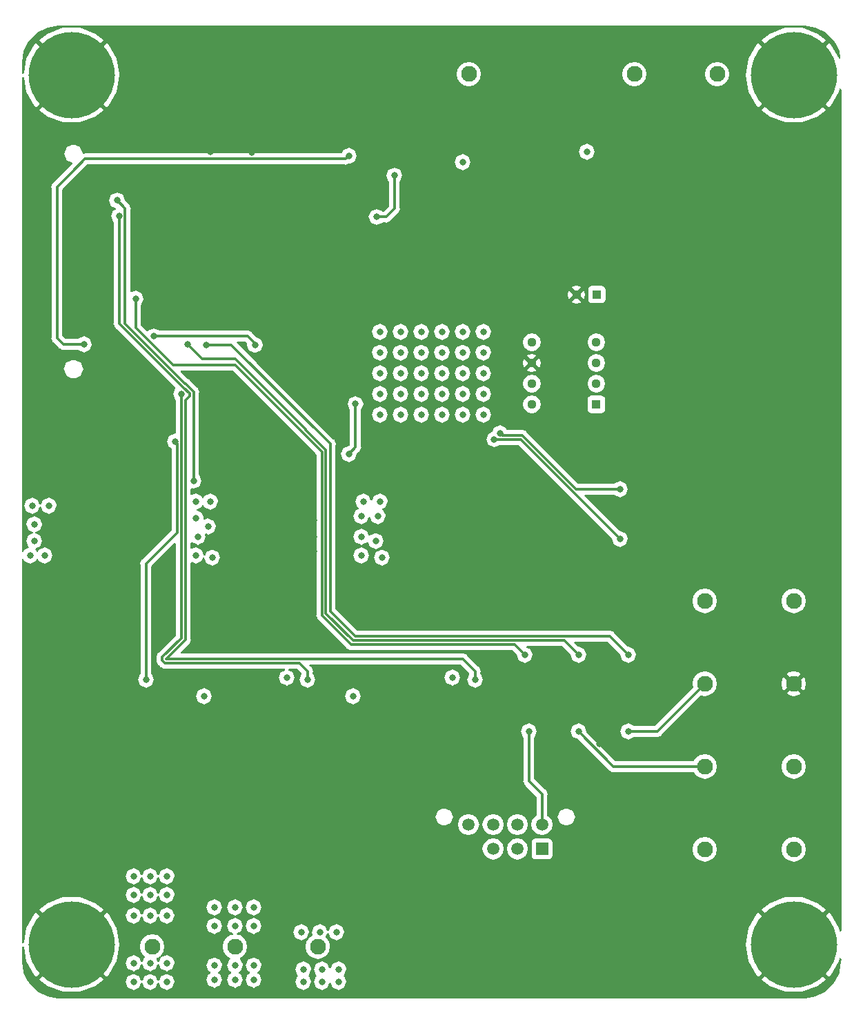
<source format=gbr>
%TF.GenerationSoftware,KiCad,Pcbnew,(6.0.9)*%
%TF.CreationDate,2023-03-24T12:27:37+01:00*%
%TF.ProjectId,twoLevelInverter,74776f4c-6576-4656-9c49-6e7665727465,rev?*%
%TF.SameCoordinates,Original*%
%TF.FileFunction,Copper,L4,Bot*%
%TF.FilePolarity,Positive*%
%FSLAX46Y46*%
G04 Gerber Fmt 4.6, Leading zero omitted, Abs format (unit mm)*
G04 Created by KiCad (PCBNEW (6.0.9)) date 2023-03-24 12:27:37*
%MOMM*%
%LPD*%
G01*
G04 APERTURE LIST*
%TA.AperFunction,ComponentPad*%
%ADD10R,1.100000X1.100000*%
%TD*%
%TA.AperFunction,ComponentPad*%
%ADD11C,1.100000*%
%TD*%
%TA.AperFunction,ComponentPad*%
%ADD12R,1.130000X1.130000*%
%TD*%
%TA.AperFunction,ComponentPad*%
%ADD13C,1.130000*%
%TD*%
%TA.AperFunction,ComponentPad*%
%ADD14C,0.900000*%
%TD*%
%TA.AperFunction,ComponentPad*%
%ADD15C,10.600000*%
%TD*%
%TA.AperFunction,ComponentPad*%
%ADD16C,1.950000*%
%TD*%
%TA.AperFunction,ComponentPad*%
%ADD17R,1.520000X1.520000*%
%TD*%
%TA.AperFunction,ComponentPad*%
%ADD18C,1.520000*%
%TD*%
%TA.AperFunction,ViaPad*%
%ADD19C,0.800000*%
%TD*%
%TA.AperFunction,Conductor*%
%ADD20C,0.300000*%
%TD*%
G04 APERTURE END LIST*
D10*
%TO.P,C19,1*%
%TO.N,+3V3*%
X218400000Y-74168000D03*
D11*
%TO.P,C19,2*%
%TO.N,GND*%
X215900000Y-74168000D03*
%TD*%
D12*
%TO.P,IC8,1,CB*%
%TO.N,Net-(C17-Pad2)*%
X218346000Y-87630000D03*
D13*
%TO.P,IC8,2,NC_1*%
%TO.N,unconnected-(IC8-Pad2)*%
X218346000Y-85090000D03*
%TO.P,IC8,3,NC_2*%
%TO.N,unconnected-(IC8-Pad3)*%
X218346000Y-82550000D03*
%TO.P,IC8,4,FB*%
%TO.N,+3V3*%
X218346000Y-80010000D03*
%TO.P,IC8,5,ON/~{OFF}*%
%TO.N,unconnected-(IC8-Pad5)*%
X210406000Y-80010000D03*
%TO.P,IC8,6,GND*%
%TO.N,GND*%
X210406000Y-82550000D03*
%TO.P,IC8,7,VIN*%
%TO.N,+24V*%
X210406000Y-85090000D03*
%TO.P,IC8,8,VSW*%
%TO.N,Net-(C17-Pad1)*%
X210406000Y-87630000D03*
%TD*%
D14*
%TO.P,H3,1,1*%
%TO.N,GND*%
X245380749Y-151113251D03*
X245380749Y-156734749D03*
X239759251Y-156734749D03*
D15*
X242570000Y-153924000D03*
D14*
X238595000Y-153924000D03*
X242570000Y-157899000D03*
X242570000Y-149949000D03*
X246545000Y-153924000D03*
X239759251Y-151113251D03*
%TD*%
D16*
%TO.P,J3,1,Pin_1*%
%TO.N,/B_1*%
X242570000Y-142240000D03*
%TO.P,J3,2,Pin_2*%
%TO.N,/A_1*%
X242570000Y-132080000D03*
%TO.P,J3,3,Pin_3*%
%TO.N,GND*%
X242570000Y-121920000D03*
%TO.P,J3,4,Pin_4*%
%TO.N,+5V*%
X242570000Y-111760000D03*
%TD*%
D14*
%TO.P,H1,1,1*%
%TO.N,GND*%
X156734749Y-156734749D03*
X149949000Y-153924000D03*
X156734749Y-151113251D03*
X153924000Y-157899000D03*
X157899000Y-153924000D03*
X151113251Y-156734749D03*
D15*
X153924000Y-153924000D03*
D14*
X151113251Y-151113251D03*
X153924000Y-149949000D03*
%TD*%
%TO.P,H2,1,1*%
%TO.N,GND*%
X156734749Y-44433251D03*
X149949000Y-47244000D03*
D15*
X153924000Y-47244000D03*
D14*
X153924000Y-43269000D03*
X153924000Y-51219000D03*
X151113251Y-44433251D03*
X156734749Y-50054749D03*
X151113251Y-50054749D03*
X157899000Y-47244000D03*
%TD*%
D16*
%TO.P,J4,1,Pin_1*%
%TO.N,/Phase_A*%
X163830000Y-154178000D03*
%TO.P,J4,2,Pin_2*%
%TO.N,/Phase_B*%
X173990000Y-154178000D03*
%TO.P,J4,3,Pin_3*%
%TO.N,/Phase_C*%
X184150000Y-154178000D03*
%TO.P,J4,4,Pin_4*%
%TO.N,GND*%
X194310000Y-154178000D03*
%TD*%
D14*
%TO.P,H4,1,1*%
%TO.N,GND*%
X239759251Y-50054749D03*
X242570000Y-43269000D03*
X246545000Y-47244000D03*
D15*
X242570000Y-47244000D03*
D14*
X239759251Y-44433251D03*
X245380749Y-50054749D03*
X245380749Y-44433251D03*
X242570000Y-51219000D03*
X238595000Y-47244000D03*
%TD*%
D16*
%TO.P,J8,1,Pin_1*%
%TO.N,/HALL_A*%
X231648000Y-142240000D03*
%TO.P,J8,2,Pin_2*%
%TO.N,/HALL_B*%
X231648000Y-132080000D03*
%TO.P,J8,3,Pin_3*%
%TO.N,/HALL_C*%
X231648000Y-121920000D03*
%TO.P,J8,4,Pin_4*%
%TO.N,+5V*%
X231648000Y-111760000D03*
%TD*%
%TO.P,J5,1,Pin_1*%
%TO.N,+5V*%
X233172000Y-47117000D03*
%TO.P,J5,2,Pin_2*%
%TO.N,+3V3*%
X223012000Y-47117000D03*
%TO.P,J5,3,Pin_3*%
%TO.N,GND*%
X212852000Y-47117000D03*
%TO.P,J5,4,Pin_4*%
%TO.N,+24V*%
X202692000Y-47117000D03*
%TD*%
D17*
%TO.P,J2,1,1*%
%TO.N,/Phase_C*%
X211667250Y-142192000D03*
D18*
%TO.P,J2,2,2*%
%TO.N,/Phase_B*%
X208667250Y-142192000D03*
%TO.P,J2,3,3*%
%TO.N,/Phase_A*%
X205667250Y-142192000D03*
%TO.P,J2,4,4*%
%TO.N,GND*%
X202667250Y-142192000D03*
%TO.P,J2,5,5*%
%TO.N,/HALL_A*%
X211667250Y-139192000D03*
%TO.P,J2,6,6*%
%TO.N,/HALL_B*%
X208667250Y-139192000D03*
%TO.P,J2,7,7*%
%TO.N,/HALL_C*%
X205667250Y-139192000D03*
%TO.P,J2,8,8*%
%TO.N,+5V*%
X202667250Y-139192000D03*
%TD*%
D19*
%TO.N,/HB2_IS*%
X168910000Y-97015500D03*
X159512000Y-62604500D03*
%TO.N,/HB3_IS*%
X188771424Y-87580576D03*
X187960000Y-93726000D03*
%TO.N,/EN_5V*%
X187960000Y-57150000D03*
X155448000Y-80264000D03*
%TO.N,/HB3_INH*%
X164062023Y-79269977D03*
X176453129Y-80340871D03*
%TO.N,/Phase_C*%
X184658000Y-156972000D03*
X186690000Y-156972000D03*
X182372000Y-156972000D03*
X186436000Y-152400000D03*
X184658000Y-158496000D03*
X186690000Y-158496000D03*
X182118000Y-152400000D03*
X182372000Y-158496000D03*
X184404000Y-152400000D03*
%TO.N,/Phase_B*%
X176276000Y-151638000D03*
X176276000Y-158242000D03*
X171450000Y-156464000D03*
X173990000Y-158242000D03*
X176276000Y-149352000D03*
X176276000Y-156464000D03*
X171450000Y-151638000D03*
X173990000Y-156464000D03*
X171450000Y-149352000D03*
X173990000Y-151638000D03*
X171450000Y-158242000D03*
X173990000Y-149352000D03*
%TO.N,/Phase_A*%
X165608000Y-150368000D03*
X161544000Y-156210000D03*
X163576000Y-150368000D03*
X161544000Y-150368000D03*
X161544000Y-147828000D03*
X163576000Y-156210000D03*
X163576000Y-145542000D03*
X165608000Y-145542000D03*
X165608000Y-158496000D03*
X161544000Y-158496000D03*
X165608000Y-156210000D03*
X163576000Y-147828000D03*
X163576000Y-158496000D03*
X161544000Y-145542000D03*
X165608000Y-147828000D03*
%TO.N,/HALL_A*%
X210058000Y-127762000D03*
%TO.N,/HALL_B*%
X216154000Y-127762000D03*
%TO.N,/HALL_C*%
X222250000Y-127762000D03*
%TO.N,GND*%
X155702000Y-92456000D03*
X182372000Y-103886000D03*
X184658000Y-128270000D03*
X163322000Y-103632000D03*
X176276000Y-60071000D03*
X164084000Y-129540000D03*
X184404000Y-56261000D03*
X207264000Y-128524000D03*
X207264000Y-129794000D03*
X183642000Y-103886000D03*
X180340000Y-92710000D03*
X224790000Y-129286000D03*
X170942000Y-56642000D03*
X166116000Y-128270000D03*
X213360000Y-54991000D03*
X162052000Y-105410000D03*
X208280000Y-57531000D03*
X186690000Y-129794000D03*
X183642000Y-105664000D03*
X160528000Y-105410000D03*
X202946000Y-101854000D03*
X210820000Y-57531000D03*
X198882000Y-96520000D03*
X201422000Y-101854000D03*
X160528000Y-101600000D03*
X201422000Y-105664000D03*
X171196000Y-60071000D03*
X218694000Y-129286000D03*
X211074000Y-49911000D03*
X191135000Y-61468000D03*
X178816000Y-62611000D03*
X210820000Y-52451000D03*
X204978000Y-128524000D03*
X204216000Y-103886000D03*
X181356000Y-60071000D03*
X166116000Y-129540000D03*
X182372000Y-101854000D03*
X201422000Y-96520000D03*
X217997500Y-68580000D03*
X201422000Y-103886000D03*
X176022000Y-56769000D03*
X202946000Y-103886000D03*
X153162000Y-92456000D03*
X178816000Y-60071000D03*
X180848000Y-105664000D03*
X204216000Y-105664000D03*
X217616500Y-63500000D03*
X160528000Y-103632000D03*
X213360000Y-49911000D03*
X162052000Y-101600000D03*
X202946000Y-105664000D03*
X162052000Y-103632000D03*
X184658000Y-129794000D03*
X180848000Y-101854000D03*
X160528000Y-92456000D03*
X183642000Y-101854000D03*
X204216000Y-101854000D03*
X176276000Y-62611000D03*
X171196000Y-62611000D03*
X163322000Y-105410000D03*
X186690000Y-128270000D03*
X164084000Y-128270000D03*
X197231000Y-61468000D03*
X173736000Y-62611000D03*
X158242000Y-92456000D03*
X173736000Y-60071000D03*
X217616500Y-65151000D03*
X180848000Y-103886000D03*
X173228000Y-92710000D03*
X182372000Y-105664000D03*
X208280000Y-49911000D03*
X234950000Y-98044000D03*
X212598000Y-129286000D03*
X208280000Y-54991000D03*
X204978000Y-129794000D03*
X213360000Y-57531000D03*
X213360000Y-52451000D03*
X163322000Y-101600000D03*
X184404000Y-58801000D03*
X178054000Y-92710000D03*
X181356000Y-62611000D03*
X234950000Y-106680000D03*
X210820000Y-54991000D03*
X196342000Y-96520000D03*
X175514000Y-92710000D03*
X208280000Y-52451000D03*
%TO.N,+24V*%
X204470000Y-86360000D03*
X191770000Y-78740000D03*
X191770000Y-99568000D03*
X191516000Y-101346000D03*
X196850000Y-81280000D03*
X151130000Y-100076000D03*
X169164000Y-99568000D03*
X194310000Y-88900000D03*
X196850000Y-88900000D03*
X199390000Y-86360000D03*
X191770000Y-88900000D03*
X199390000Y-83820000D03*
X191770000Y-86360000D03*
X204470000Y-81280000D03*
X191262000Y-104394000D03*
X189484000Y-106172000D03*
X192024000Y-106426000D03*
X201930000Y-57912000D03*
X150622000Y-106172000D03*
X194310000Y-83820000D03*
X196850000Y-83820000D03*
X201930000Y-78740000D03*
X149352000Y-104394000D03*
X199390000Y-88900000D03*
X170942000Y-99568000D03*
X189484000Y-103886000D03*
X201930000Y-81280000D03*
X191770000Y-83820000D03*
X199390000Y-81280000D03*
X169418000Y-103886000D03*
X191770000Y-81280000D03*
X204470000Y-83820000D03*
X189484000Y-101346000D03*
X170688000Y-102616000D03*
X196850000Y-86360000D03*
X204470000Y-78740000D03*
X194310000Y-78740000D03*
X204470000Y-88900000D03*
X169164000Y-101600000D03*
X201930000Y-88900000D03*
X189738000Y-99568000D03*
X169164000Y-106172000D03*
X194310000Y-86360000D03*
X199390000Y-78740000D03*
X149098000Y-100076000D03*
X148844000Y-106172000D03*
X194310000Y-81280000D03*
X149352000Y-102362000D03*
X201930000Y-86360000D03*
X201930000Y-83820000D03*
X196850000Y-78740000D03*
X171196000Y-106426000D03*
X217170000Y-56642000D03*
%TO.N,+3V3*%
X188468000Y-123444000D03*
X180340000Y-121158000D03*
X200660000Y-121158000D03*
X170180000Y-123444000D03*
%TO.N,Net-(C13-Pad1)*%
X191389000Y-64643000D03*
X193548000Y-59563000D03*
%TO.N,/current_A*%
X166636500Y-92202000D03*
X163068000Y-121412000D03*
%TO.N,/current_B*%
X167386000Y-86360000D03*
X182880000Y-121412000D03*
%TO.N,/current_C*%
X159766000Y-64516000D03*
X203454000Y-121412000D03*
%TO.N,/A_1_3V3*%
X206502000Y-91186000D03*
X221234000Y-98044000D03*
%TO.N,/B_1_3V3*%
X221234000Y-104140000D03*
X205795244Y-91935500D03*
%TO.N,/HALL_B_3V3*%
X216154000Y-118364000D03*
X168148000Y-80264000D03*
%TO.N,/HALL_A_3V3*%
X161798000Y-74676000D03*
X209550000Y-118364000D03*
%TO.N,/HALL_C_3V3*%
X222250000Y-118364000D03*
X170476403Y-80350357D03*
%TD*%
D20*
%TO.N,/HB2_IS*%
X167859106Y-85110000D02*
X160516000Y-77766894D01*
X167903767Y-85110000D02*
X167859106Y-85110000D01*
X160516000Y-77766894D02*
X160516000Y-63608500D01*
X160516000Y-63608500D02*
X159512000Y-62604500D01*
X168910000Y-86116233D02*
X167903767Y-85110000D01*
X168910000Y-97015500D02*
X168910000Y-86116233D01*
%TO.N,/HB3_IS*%
X188771424Y-92914576D02*
X187960000Y-93726000D01*
X188771424Y-87580576D02*
X188771424Y-92914576D01*
%TO.N,/EN_5V*%
X152908000Y-80264000D02*
X155448000Y-80264000D01*
X153924000Y-59182000D02*
X152146000Y-60960000D01*
X187591000Y-57519000D02*
X155587000Y-57519000D01*
X152146000Y-60960000D02*
X152146000Y-79502000D01*
X155587000Y-57519000D02*
X153924000Y-59182000D01*
X187960000Y-57150000D02*
X187591000Y-57519000D01*
X152146000Y-79502000D02*
X152908000Y-80264000D01*
%TO.N,/HB3_INH*%
X175535977Y-79269977D02*
X175768000Y-79502000D01*
X175768000Y-79502000D02*
X176022000Y-79756000D01*
X176022000Y-79756000D02*
X176453129Y-80187129D01*
X176453129Y-80187129D02*
X176453129Y-80340871D01*
X164062023Y-79269977D02*
X175535977Y-79269977D01*
%TO.N,/HALL_A*%
X211667250Y-135467250D02*
X211667250Y-139439000D01*
X210058000Y-133858000D02*
X211667250Y-135467250D01*
X210058000Y-127762000D02*
X210058000Y-133858000D01*
%TO.N,/HALL_B*%
X220427339Y-132080000D02*
X231648000Y-132080000D01*
X216154000Y-127806661D02*
X220427339Y-132080000D01*
X216154000Y-127762000D02*
X216154000Y-127806661D01*
%TO.N,/HALL_C*%
X225806000Y-127762000D02*
X231648000Y-121920000D01*
X222250000Y-127762000D02*
X225806000Y-127762000D01*
%TO.N,Net-(C13-Pad1)*%
X192532000Y-64643000D02*
X191389000Y-64643000D01*
X193548000Y-59563000D02*
X193548000Y-63627000D01*
X193548000Y-63627000D02*
X192659000Y-64516000D01*
X192659000Y-64516000D02*
X192532000Y-64643000D01*
%TO.N,/current_A*%
X166878000Y-103378000D02*
X166878000Y-92443500D01*
X166878000Y-92443500D02*
X166636500Y-92202000D01*
X163068000Y-107188000D02*
X163068000Y-121412000D01*
X166878000Y-103378000D02*
X163068000Y-107188000D01*
%TO.N,/current_B*%
X165354000Y-119380000D02*
X181864000Y-119380000D01*
X181864000Y-119380000D02*
X182880000Y-120396000D01*
X165053106Y-118664894D02*
X165053106Y-119079106D01*
X182880000Y-120396000D02*
X182880000Y-121412000D01*
X167386000Y-116332000D02*
X165053106Y-118664894D01*
X167386000Y-86360000D02*
X167386000Y-116332000D01*
X165053106Y-119079106D02*
X165354000Y-119380000D01*
%TO.N,/current_C*%
X167652000Y-85610000D02*
X167696661Y-85610000D01*
X159766000Y-77724000D02*
X167652000Y-85610000D01*
X203454000Y-120396000D02*
X203454000Y-121412000D01*
X167696661Y-85610000D02*
X168402000Y-86315339D01*
X168402000Y-86614000D02*
X167894000Y-87122000D01*
X201930000Y-118872000D02*
X203454000Y-120396000D01*
X165553106Y-118872000D02*
X201930000Y-118872000D01*
X167894000Y-116531106D02*
X165553106Y-118872000D01*
X159766000Y-64516000D02*
X159766000Y-77724000D01*
X168402000Y-86315339D02*
X168402000Y-86614000D01*
X167894000Y-87122000D02*
X167894000Y-116531106D01*
%TO.N,/A_1_3V3*%
X209241106Y-91440000D02*
X206756000Y-91440000D01*
X215845106Y-98044000D02*
X221234000Y-98044000D01*
X206756000Y-91440000D02*
X206502000Y-91186000D01*
X209241106Y-91440000D02*
X215845106Y-98044000D01*
%TO.N,/B_1_3V3*%
X205807744Y-91948000D02*
X205795244Y-91935500D01*
X209042000Y-91948000D02*
X205807744Y-91948000D01*
X221234000Y-104140000D02*
X209042000Y-91948000D01*
%TO.N,/HALL_B_3V3*%
X182626000Y-90678000D02*
X173990000Y-82042000D01*
X185158000Y-93264893D02*
X182626000Y-90732893D01*
X185158000Y-113276000D02*
X185158000Y-93264893D01*
X188468000Y-116586000D02*
X214376000Y-116586000D01*
X182626000Y-90732893D02*
X182626000Y-90678000D01*
X173990000Y-82042000D02*
X169926000Y-82042000D01*
X169926000Y-82042000D02*
X168148000Y-80264000D01*
X185158000Y-113276000D02*
X188468000Y-116586000D01*
X214376000Y-116586000D02*
X216154000Y-118364000D01*
%TO.N,/HALL_A_3V3*%
X173990000Y-82804000D02*
X184658000Y-93472000D01*
X161798000Y-78232000D02*
X166370000Y-82804000D01*
X188214000Y-117094000D02*
X208280000Y-117094000D01*
X166370000Y-82804000D02*
X173990000Y-82804000D01*
X184658000Y-93472000D02*
X184658000Y-113538000D01*
X184658000Y-113538000D02*
X188214000Y-117094000D01*
X208280000Y-117094000D02*
X209550000Y-118364000D01*
X161798000Y-74676000D02*
X161798000Y-78232000D01*
%TO.N,/HALL_C_3V3*%
X185674000Y-113038000D02*
X188722000Y-116086000D01*
X209296000Y-116078000D02*
X219964000Y-116078000D01*
X173523696Y-80350357D02*
X185674000Y-92500661D01*
X219964000Y-116078000D02*
X222250000Y-118364000D01*
X209288000Y-116086000D02*
X209296000Y-116078000D01*
X170476403Y-80350357D02*
X173523696Y-80350357D01*
X185674000Y-92500661D02*
X185674000Y-113038000D01*
X188722000Y-116086000D02*
X209288000Y-116086000D01*
%TD*%
%TA.AperFunction,Conductor*%
%TO.N,GND*%
G36*
X243762009Y-41158091D02*
G01*
X243840000Y-41190396D01*
X243880337Y-41173688D01*
X243948266Y-41165648D01*
X245232962Y-41369123D01*
X245270451Y-41381304D01*
X246509281Y-42012520D01*
X246541173Y-42035692D01*
X247524308Y-43018827D01*
X247547480Y-43050718D01*
X247748892Y-43446011D01*
X248178695Y-44289547D01*
X248190877Y-44327039D01*
X248310776Y-45084053D01*
X248288263Y-45177825D01*
X248206038Y-45228213D01*
X248112266Y-45205700D01*
X248077208Y-45166764D01*
X247093335Y-43462645D01*
X247079377Y-43446011D01*
X246868337Y-43268927D01*
X246855402Y-43264849D01*
X246843961Y-43301134D01*
X246844439Y-43312076D01*
X246815131Y-43358080D01*
X242946934Y-47226276D01*
X242939592Y-47244000D01*
X242946934Y-47261724D01*
X246817818Y-51132607D01*
X246854723Y-51221702D01*
X246854468Y-51222983D01*
X246855251Y-51224872D01*
X246866157Y-51220902D01*
X247079377Y-51041989D01*
X247093334Y-51025355D01*
X248106416Y-49270645D01*
X248113843Y-49250241D01*
X248161414Y-48980454D01*
X248213229Y-48899121D01*
X248307380Y-48878248D01*
X248388713Y-48930063D01*
X248411500Y-49002334D01*
X248411500Y-152165666D01*
X248374595Y-152254761D01*
X248285500Y-152291666D01*
X248196405Y-152254761D01*
X248161414Y-152187546D01*
X248113843Y-151917759D01*
X248106416Y-151897355D01*
X247093334Y-150142645D01*
X247079377Y-150126011D01*
X246868337Y-149948927D01*
X246855402Y-149944849D01*
X246843961Y-149981134D01*
X246844439Y-149992076D01*
X246815131Y-150038080D01*
X242946934Y-153906276D01*
X242939592Y-153924000D01*
X242946934Y-153941724D01*
X246817818Y-157812607D01*
X246854723Y-157901702D01*
X246854468Y-157902983D01*
X246855251Y-157904872D01*
X246866157Y-157900902D01*
X247079377Y-157721989D01*
X247093334Y-157705355D01*
X248106416Y-155950645D01*
X248113843Y-155930241D01*
X248161414Y-155660454D01*
X248213229Y-155579121D01*
X248307380Y-155558248D01*
X248388713Y-155610063D01*
X248411500Y-155682334D01*
X248411500Y-155829791D01*
X248401909Y-155878009D01*
X248369604Y-155956000D01*
X248379195Y-155979155D01*
X248386312Y-155996337D01*
X248394352Y-156064266D01*
X248208675Y-157236591D01*
X248190877Y-157348961D01*
X248178696Y-157386451D01*
X247716388Y-158293780D01*
X247547480Y-158625281D01*
X247524308Y-158657173D01*
X246541173Y-159640308D01*
X246509282Y-159663480D01*
X245270451Y-160294696D01*
X245232962Y-160306877D01*
X243948266Y-160510352D01*
X243880337Y-160502312D01*
X243863155Y-160495195D01*
X243840000Y-160485604D01*
X243766833Y-160515911D01*
X243762009Y-160517909D01*
X243713791Y-160527500D01*
X152526209Y-160527500D01*
X152477991Y-160517909D01*
X152473168Y-160515911D01*
X152400000Y-160485604D01*
X152376845Y-160495195D01*
X152359663Y-160502312D01*
X152291734Y-160510352D01*
X151007038Y-160306877D01*
X150969549Y-160294696D01*
X149730718Y-159663480D01*
X149698827Y-159640308D01*
X148715692Y-158657173D01*
X148692520Y-158625281D01*
X148523612Y-158293780D01*
X148481156Y-158210456D01*
X150007137Y-158210456D01*
X150012668Y-158223809D01*
X150966756Y-159024384D01*
X150985560Y-159035241D01*
X152889532Y-159728229D01*
X152910918Y-159732000D01*
X154937082Y-159732000D01*
X154958468Y-159728229D01*
X156862440Y-159035241D01*
X156881244Y-159024384D01*
X157510947Y-158496000D01*
X160560647Y-158496000D01*
X160570238Y-158519155D01*
X160621561Y-158643060D01*
X160848664Y-159191336D01*
X161544000Y-159479353D01*
X162239336Y-159191336D01*
X162443591Y-158698220D01*
X162511782Y-158630029D01*
X162608218Y-158630029D01*
X162676409Y-158698220D01*
X162880664Y-159191336D01*
X163576000Y-159479353D01*
X164271336Y-159191336D01*
X164475591Y-158698220D01*
X164543782Y-158630029D01*
X164640218Y-158630029D01*
X164708409Y-158698220D01*
X164912664Y-159191336D01*
X165608000Y-159479353D01*
X166303336Y-159191336D01*
X166530439Y-158643060D01*
X166581762Y-158519155D01*
X166591353Y-158496000D01*
X166535837Y-158361971D01*
X166486143Y-158242000D01*
X170466647Y-158242000D01*
X170476238Y-158265155D01*
X170546873Y-158435683D01*
X170754664Y-158937336D01*
X170964817Y-159024384D01*
X171367876Y-159191336D01*
X171450000Y-159225353D01*
X171532125Y-159191336D01*
X171935183Y-159024384D01*
X172145336Y-158937336D01*
X172353127Y-158435683D01*
X172423762Y-158265155D01*
X172433353Y-158242000D01*
X172145336Y-157546664D01*
X171958826Y-157469409D01*
X171890635Y-157401218D01*
X171890635Y-157304782D01*
X171958826Y-157236591D01*
X172017362Y-157212344D01*
X172145336Y-157159336D01*
X172433353Y-156464000D01*
X172383660Y-156344029D01*
X172181037Y-155854854D01*
X172145336Y-155768664D01*
X171536994Y-155516681D01*
X171473155Y-155490238D01*
X171450000Y-155480647D01*
X171426845Y-155490238D01*
X171363006Y-155516681D01*
X170754664Y-155768664D01*
X170718963Y-155854854D01*
X170516341Y-156344029D01*
X170466647Y-156464000D01*
X170754664Y-157159336D01*
X170882638Y-157212344D01*
X170941174Y-157236591D01*
X171009365Y-157304782D01*
X171009365Y-157401218D01*
X170941174Y-157469409D01*
X170754664Y-157546664D01*
X170466647Y-158242000D01*
X166486143Y-158242000D01*
X166472702Y-158209551D01*
X166303336Y-157800664D01*
X165746021Y-157569817D01*
X165631155Y-157522238D01*
X165608000Y-157512647D01*
X165584845Y-157522238D01*
X165469979Y-157569817D01*
X164912664Y-157800664D01*
X164871902Y-157899073D01*
X164708409Y-158293780D01*
X164640218Y-158361971D01*
X164543782Y-158361971D01*
X164475591Y-158293780D01*
X164312098Y-157899073D01*
X164271336Y-157800664D01*
X163714021Y-157569817D01*
X163599155Y-157522238D01*
X163576000Y-157512647D01*
X163552845Y-157522238D01*
X163437979Y-157569817D01*
X162880664Y-157800664D01*
X162839902Y-157899073D01*
X162676409Y-158293780D01*
X162608218Y-158361971D01*
X162511782Y-158361971D01*
X162443591Y-158293780D01*
X162280098Y-157899073D01*
X162239336Y-157800664D01*
X161682021Y-157569817D01*
X161567155Y-157522238D01*
X161544000Y-157512647D01*
X161520845Y-157522238D01*
X161405979Y-157569817D01*
X160848664Y-157800664D01*
X160679298Y-158209551D01*
X160616164Y-158361971D01*
X160560647Y-158496000D01*
X157510947Y-158496000D01*
X157832046Y-158226566D01*
X157840904Y-158209551D01*
X157836558Y-158195769D01*
X153941724Y-154300934D01*
X153924000Y-154293592D01*
X153906276Y-154300934D01*
X150014479Y-158192732D01*
X150007137Y-158210456D01*
X148481156Y-158210456D01*
X148061304Y-157386451D01*
X148049123Y-157348961D01*
X148031326Y-157236591D01*
X147845648Y-156064266D01*
X147853688Y-155996337D01*
X147860805Y-155979155D01*
X147870396Y-155956000D01*
X147838091Y-155878009D01*
X147828500Y-155829791D01*
X147828500Y-154241830D01*
X147865405Y-154152735D01*
X147954500Y-154115830D01*
X148043595Y-154152735D01*
X148078586Y-154219950D01*
X148380157Y-155930241D01*
X148387584Y-155950645D01*
X149400666Y-157705355D01*
X149414623Y-157721989D01*
X149625663Y-157899073D01*
X149638598Y-157903151D01*
X149650039Y-157866866D01*
X149649561Y-157855924D01*
X149678869Y-157809920D01*
X153547066Y-153941724D01*
X153554408Y-153924000D01*
X154293592Y-153924000D01*
X154300934Y-153941724D01*
X158171818Y-157812607D01*
X158208723Y-157901702D01*
X158208468Y-157902983D01*
X158209251Y-157904872D01*
X158220157Y-157900902D01*
X158433377Y-157721989D01*
X158447334Y-157705355D01*
X159310677Y-156210000D01*
X160560647Y-156210000D01*
X160570238Y-156233155D01*
X160640873Y-156403683D01*
X160848664Y-156905336D01*
X161065507Y-156995155D01*
X161461876Y-157159336D01*
X161544000Y-157193353D01*
X161626125Y-157159336D01*
X162022493Y-156995155D01*
X162239336Y-156905336D01*
X162443591Y-156412220D01*
X162511782Y-156344029D01*
X162608218Y-156344029D01*
X162676409Y-156412220D01*
X162880664Y-156905336D01*
X163097507Y-156995155D01*
X163493876Y-157159336D01*
X163576000Y-157193353D01*
X163658125Y-157159336D01*
X164054493Y-156995155D01*
X164271336Y-156905336D01*
X164475591Y-156412220D01*
X164543782Y-156344029D01*
X164640218Y-156344029D01*
X164708409Y-156412220D01*
X164912664Y-156905336D01*
X165129507Y-156995155D01*
X165525876Y-157159336D01*
X165608000Y-157193353D01*
X165690125Y-157159336D01*
X166086493Y-156995155D01*
X166303336Y-156905336D01*
X166511127Y-156403683D01*
X166581762Y-156233155D01*
X166591353Y-156210000D01*
X166535837Y-156075971D01*
X166383720Y-155708728D01*
X166303336Y-155514664D01*
X165608000Y-155226647D01*
X165008265Y-155475065D01*
X164915259Y-155475065D01*
X164918888Y-155493311D01*
X164911718Y-155516948D01*
X164708409Y-156007780D01*
X164640218Y-156075971D01*
X164543782Y-156075971D01*
X164475591Y-156007780D01*
X164360246Y-155729312D01*
X164360246Y-155632876D01*
X164412383Y-155580739D01*
X164408833Y-155575426D01*
X164514122Y-155505074D01*
X164725307Y-155363965D01*
X164819890Y-155345151D01*
X164843639Y-155361020D01*
X164843639Y-155310438D01*
X164881517Y-155264280D01*
X164880451Y-155263214D01*
X164889228Y-155254437D01*
X164899544Y-155247544D01*
X165227426Y-154756833D01*
X165342563Y-154178000D01*
X172477437Y-154178000D01*
X172592574Y-154756833D01*
X172920456Y-155247544D01*
X172930772Y-155254437D01*
X173349110Y-155533961D01*
X173402687Y-155614145D01*
X173383873Y-155708728D01*
X173327326Y-155755135D01*
X173294664Y-155768664D01*
X173258963Y-155854854D01*
X173056341Y-156344029D01*
X173006647Y-156464000D01*
X173294664Y-157159336D01*
X173422638Y-157212344D01*
X173481174Y-157236591D01*
X173549365Y-157304782D01*
X173549365Y-157401218D01*
X173481174Y-157469409D01*
X173294664Y-157546664D01*
X173006647Y-158242000D01*
X173016238Y-158265155D01*
X173086873Y-158435683D01*
X173294664Y-158937336D01*
X173504817Y-159024384D01*
X173907876Y-159191336D01*
X173990000Y-159225353D01*
X174072125Y-159191336D01*
X174475183Y-159024384D01*
X174685336Y-158937336D01*
X174893127Y-158435683D01*
X174963762Y-158265155D01*
X174973353Y-158242000D01*
X175292647Y-158242000D01*
X175302238Y-158265155D01*
X175372873Y-158435683D01*
X175580664Y-158937336D01*
X175790817Y-159024384D01*
X176193876Y-159191336D01*
X176276000Y-159225353D01*
X176358125Y-159191336D01*
X176761183Y-159024384D01*
X176971336Y-158937336D01*
X177154143Y-158496000D01*
X181388647Y-158496000D01*
X181398238Y-158519155D01*
X181449561Y-158643060D01*
X181676664Y-159191336D01*
X182372000Y-159479353D01*
X183067336Y-159191336D01*
X183294439Y-158643060D01*
X183345762Y-158519155D01*
X183355353Y-158496000D01*
X183674647Y-158496000D01*
X183684238Y-158519155D01*
X183735561Y-158643060D01*
X183962664Y-159191336D01*
X184658000Y-159479353D01*
X185353336Y-159191336D01*
X185557591Y-158698220D01*
X185625782Y-158630029D01*
X185722218Y-158630029D01*
X185790409Y-158698220D01*
X185994664Y-159191336D01*
X186690000Y-159479353D01*
X187385336Y-159191336D01*
X187612439Y-158643060D01*
X187663762Y-158519155D01*
X187673353Y-158496000D01*
X187617837Y-158361971D01*
X187555077Y-158210456D01*
X238653137Y-158210456D01*
X238658668Y-158223809D01*
X239612756Y-159024384D01*
X239631560Y-159035241D01*
X241535532Y-159728229D01*
X241556918Y-159732000D01*
X243583082Y-159732000D01*
X243604468Y-159728229D01*
X245508440Y-159035241D01*
X245527244Y-159024384D01*
X246478046Y-158226566D01*
X246486904Y-158209551D01*
X246482558Y-158195769D01*
X242587724Y-154300934D01*
X242570000Y-154293592D01*
X242552276Y-154300934D01*
X238660479Y-158192732D01*
X238653137Y-158210456D01*
X187555077Y-158210456D01*
X187554702Y-158209551D01*
X187385336Y-157800664D01*
X187384825Y-157800452D01*
X187357299Y-157734000D01*
X187384825Y-157667548D01*
X187385336Y-157667336D01*
X187605346Y-157136183D01*
X187663762Y-156995155D01*
X187673353Y-156972000D01*
X187617837Y-156837971D01*
X187394926Y-156299817D01*
X187385336Y-156276664D01*
X186690000Y-155988647D01*
X185994664Y-156276664D01*
X185985074Y-156299817D01*
X185790409Y-156769780D01*
X185722218Y-156837971D01*
X185625782Y-156837971D01*
X185557591Y-156769780D01*
X185362926Y-156299817D01*
X185353336Y-156276664D01*
X184658000Y-155988647D01*
X183962664Y-156276664D01*
X183953074Y-156299817D01*
X183730164Y-156837971D01*
X183674647Y-156972000D01*
X183684238Y-156995155D01*
X183742654Y-157136183D01*
X183962664Y-157667336D01*
X183963175Y-157667548D01*
X183990701Y-157734000D01*
X183963175Y-157800452D01*
X183962664Y-157800664D01*
X183793298Y-158209551D01*
X183730164Y-158361971D01*
X183674647Y-158496000D01*
X183355353Y-158496000D01*
X183299837Y-158361971D01*
X183236702Y-158209551D01*
X183067336Y-157800664D01*
X183066825Y-157800452D01*
X183039299Y-157734000D01*
X183066825Y-157667548D01*
X183067336Y-157667336D01*
X183287346Y-157136183D01*
X183345762Y-156995155D01*
X183355353Y-156972000D01*
X183299837Y-156837971D01*
X183076926Y-156299817D01*
X183067336Y-156276664D01*
X182372000Y-155988647D01*
X181676664Y-156276664D01*
X181667074Y-156299817D01*
X181444164Y-156837971D01*
X181388647Y-156972000D01*
X181398238Y-156995155D01*
X181456654Y-157136183D01*
X181676664Y-157667336D01*
X181677175Y-157667548D01*
X181704701Y-157734000D01*
X181677175Y-157800452D01*
X181676664Y-157800664D01*
X181507298Y-158209551D01*
X181444164Y-158361971D01*
X181388647Y-158496000D01*
X177154143Y-158496000D01*
X177179127Y-158435683D01*
X177249762Y-158265155D01*
X177259353Y-158242000D01*
X176971336Y-157546664D01*
X176784826Y-157469409D01*
X176716635Y-157401218D01*
X176716635Y-157304782D01*
X176784826Y-157236591D01*
X176843362Y-157212344D01*
X176971336Y-157159336D01*
X177259353Y-156464000D01*
X177209660Y-156344029D01*
X177007037Y-155854854D01*
X176971336Y-155768664D01*
X176362994Y-155516681D01*
X176299155Y-155490238D01*
X176276000Y-155480647D01*
X176252845Y-155490238D01*
X176189006Y-155516681D01*
X175580664Y-155768664D01*
X175544963Y-155854854D01*
X175342341Y-156344029D01*
X175292647Y-156464000D01*
X175580664Y-157159336D01*
X175708638Y-157212344D01*
X175767174Y-157236591D01*
X175835365Y-157304782D01*
X175835365Y-157401218D01*
X175767174Y-157469409D01*
X175580664Y-157546664D01*
X175292647Y-158242000D01*
X174973353Y-158242000D01*
X174685336Y-157546664D01*
X174498826Y-157469409D01*
X174430635Y-157401218D01*
X174430635Y-157304782D01*
X174498826Y-157236591D01*
X174557362Y-157212344D01*
X174685336Y-157159336D01*
X174973353Y-156464000D01*
X174923660Y-156344029D01*
X174721037Y-155854854D01*
X174685336Y-155768664D01*
X174652674Y-155755135D01*
X174584483Y-155686944D01*
X174584483Y-155590508D01*
X174630890Y-155533961D01*
X175049228Y-155254437D01*
X175059544Y-155247544D01*
X175387426Y-154756833D01*
X175502563Y-154178000D01*
X182637437Y-154178000D01*
X182752574Y-154756833D01*
X183080456Y-155247544D01*
X183571167Y-155575426D01*
X184150000Y-155690563D01*
X184728833Y-155575426D01*
X185219544Y-155247544D01*
X185547426Y-154756833D01*
X185662563Y-154178000D01*
X185614198Y-153934855D01*
X236674316Y-153934855D01*
X237026157Y-155930241D01*
X237033584Y-155950645D01*
X238046666Y-157705355D01*
X238060623Y-157721989D01*
X238271663Y-157899073D01*
X238284598Y-157903151D01*
X238296039Y-157866866D01*
X238295561Y-157855924D01*
X238324869Y-157809920D01*
X242193066Y-153941724D01*
X242200408Y-153924000D01*
X242193066Y-153906276D01*
X238322182Y-150035393D01*
X238285277Y-149946298D01*
X238285532Y-149945017D01*
X238284749Y-149943128D01*
X238273843Y-149947098D01*
X238060623Y-150126011D01*
X238046666Y-150142645D01*
X237033584Y-151897355D01*
X237026157Y-151917759D01*
X236674316Y-153913145D01*
X236674316Y-153934855D01*
X185614198Y-153934855D01*
X185547426Y-153599167D01*
X185232302Y-153127549D01*
X185226437Y-153118772D01*
X185219544Y-153108456D01*
X185207117Y-153100152D01*
X185205705Y-153098040D01*
X185200451Y-153092786D01*
X185201496Y-153091741D01*
X185153539Y-153019969D01*
X185160709Y-152947169D01*
X185303591Y-152602220D01*
X185371782Y-152534029D01*
X185468218Y-152534029D01*
X185536409Y-152602220D01*
X185544334Y-152621353D01*
X185740664Y-153095336D01*
X186436000Y-153383353D01*
X187131336Y-153095336D01*
X187352925Y-152560372D01*
X187409762Y-152423155D01*
X187419353Y-152400000D01*
X187363837Y-152265971D01*
X187322289Y-152165666D01*
X187131336Y-151704664D01*
X186436000Y-151416647D01*
X185740664Y-151704664D01*
X185731074Y-151727817D01*
X185536409Y-152197780D01*
X185468218Y-152265971D01*
X185371782Y-152265971D01*
X185303591Y-152197780D01*
X185108926Y-151727817D01*
X185099336Y-151704664D01*
X184404000Y-151416647D01*
X183708664Y-151704664D01*
X183517711Y-152165666D01*
X183476164Y-152265971D01*
X183420647Y-152400000D01*
X183536044Y-152678592D01*
X183537171Y-152681314D01*
X183537171Y-152777750D01*
X183490764Y-152834297D01*
X183098676Y-153096282D01*
X183080456Y-153108456D01*
X183073563Y-153118772D01*
X183064786Y-153127549D01*
X183062770Y-153125533D01*
X182993920Y-153171532D01*
X182975679Y-153167903D01*
X182975679Y-153260909D01*
X182964036Y-153282691D01*
X182752574Y-153599167D01*
X182637437Y-154178000D01*
X175502563Y-154178000D01*
X175387426Y-153599167D01*
X175072302Y-153127549D01*
X175066437Y-153118772D01*
X175059544Y-153108456D01*
X175039909Y-153095336D01*
X174579152Y-152787469D01*
X174568833Y-152780574D01*
X174325485Y-152732169D01*
X174245302Y-152678592D01*
X174226488Y-152584008D01*
X174280065Y-152503825D01*
X174301849Y-152492181D01*
X174468493Y-152423155D01*
X174685336Y-152333336D01*
X174973353Y-151638000D01*
X175292647Y-151638000D01*
X175580664Y-152333336D01*
X175797507Y-152423155D01*
X176128779Y-152560372D01*
X176276000Y-152621353D01*
X176423222Y-152560372D01*
X176754493Y-152423155D01*
X176810394Y-152400000D01*
X181134647Y-152400000D01*
X181144238Y-152423155D01*
X181201075Y-152560372D01*
X181422664Y-153095336D01*
X182118000Y-153383353D01*
X182811052Y-153096282D01*
X182861634Y-153096282D01*
X182845764Y-153072528D01*
X182852935Y-152999736D01*
X183101353Y-152400000D01*
X183045837Y-152265971D01*
X183004289Y-152165666D01*
X182813336Y-151704664D01*
X182118000Y-151416647D01*
X181422664Y-151704664D01*
X181231711Y-152165666D01*
X181190164Y-152265971D01*
X181134647Y-152400000D01*
X176810394Y-152400000D01*
X176971336Y-152333336D01*
X177259353Y-151638000D01*
X176971336Y-150942664D01*
X176276000Y-150654647D01*
X175580664Y-150942664D01*
X175292647Y-151638000D01*
X174973353Y-151638000D01*
X174685336Y-150942664D01*
X173990000Y-150654647D01*
X173294664Y-150942664D01*
X173006647Y-151638000D01*
X173294664Y-152333336D01*
X173511507Y-152423155D01*
X173678151Y-152492181D01*
X173746342Y-152560372D01*
X173746342Y-152656808D01*
X173678151Y-152724999D01*
X173654514Y-152732169D01*
X173411167Y-152780574D01*
X173400848Y-152787469D01*
X172940092Y-153095336D01*
X172920456Y-153108456D01*
X172913563Y-153118772D01*
X172907698Y-153127549D01*
X172592574Y-153599167D01*
X172477437Y-154178000D01*
X165342563Y-154178000D01*
X165227426Y-153599167D01*
X164912302Y-153127549D01*
X164906437Y-153118772D01*
X164899544Y-153108456D01*
X164879909Y-153095336D01*
X164419152Y-152787469D01*
X164408833Y-152780574D01*
X163830000Y-152665437D01*
X163251167Y-152780574D01*
X163240848Y-152787469D01*
X162780092Y-153095336D01*
X162760456Y-153108456D01*
X162753563Y-153118772D01*
X162747698Y-153127549D01*
X162432574Y-153599167D01*
X162317437Y-154178000D01*
X162432574Y-154756833D01*
X162760456Y-155247544D01*
X162770772Y-155254437D01*
X162770774Y-155254439D01*
X162873116Y-155322821D01*
X162926694Y-155403004D01*
X162907880Y-155497587D01*
X162900664Y-155506380D01*
X162880664Y-155514664D01*
X162800280Y-155708728D01*
X162676409Y-156007780D01*
X162608218Y-156075971D01*
X162511782Y-156075971D01*
X162443591Y-156007780D01*
X162319720Y-155708728D01*
X162239336Y-155514664D01*
X161544000Y-155226647D01*
X160848664Y-155514664D01*
X160768280Y-155708728D01*
X160616164Y-156075971D01*
X160560647Y-156210000D01*
X159310677Y-156210000D01*
X159460416Y-155950645D01*
X159467843Y-155930241D01*
X159819684Y-153934855D01*
X159819684Y-153913145D01*
X159467843Y-151917759D01*
X159460416Y-151897355D01*
X159310677Y-151638000D01*
X170466647Y-151638000D01*
X170754664Y-152333336D01*
X170971507Y-152423155D01*
X171302779Y-152560372D01*
X171450000Y-152621353D01*
X171597222Y-152560372D01*
X171928493Y-152423155D01*
X172145336Y-152333336D01*
X172433353Y-151638000D01*
X172145336Y-150942664D01*
X171450000Y-150654647D01*
X170754664Y-150942664D01*
X170466647Y-151638000D01*
X159310677Y-151638000D01*
X158577443Y-150368000D01*
X160560647Y-150368000D01*
X160570238Y-150391155D01*
X160640873Y-150561683D01*
X160848664Y-151063336D01*
X161544000Y-151351353D01*
X162239336Y-151063336D01*
X162443591Y-150570220D01*
X162511782Y-150502029D01*
X162608218Y-150502029D01*
X162676409Y-150570220D01*
X162880664Y-151063336D01*
X163576000Y-151351353D01*
X164271336Y-151063336D01*
X164475591Y-150570220D01*
X164543782Y-150502029D01*
X164640218Y-150502029D01*
X164708409Y-150570220D01*
X164912664Y-151063336D01*
X165608000Y-151351353D01*
X166303336Y-151063336D01*
X166511127Y-150561683D01*
X166581762Y-150391155D01*
X166591353Y-150368000D01*
X166573858Y-150325762D01*
X166448940Y-150024183D01*
X166303336Y-149672664D01*
X165608000Y-149384647D01*
X164912664Y-149672664D01*
X164767060Y-150024183D01*
X164708409Y-150165780D01*
X164640218Y-150233971D01*
X164543782Y-150233971D01*
X164475591Y-150165780D01*
X164416940Y-150024183D01*
X164271336Y-149672664D01*
X163576000Y-149384647D01*
X162880664Y-149672664D01*
X162735060Y-150024183D01*
X162676409Y-150165780D01*
X162608218Y-150233971D01*
X162511782Y-150233971D01*
X162443591Y-150165780D01*
X162384940Y-150024183D01*
X162239336Y-149672664D01*
X161544000Y-149384647D01*
X160848664Y-149672664D01*
X160703060Y-150024183D01*
X160578143Y-150325762D01*
X160560647Y-150368000D01*
X158577443Y-150368000D01*
X158447334Y-150142645D01*
X158433377Y-150126011D01*
X158222337Y-149948927D01*
X158209402Y-149944849D01*
X158197961Y-149981134D01*
X158198439Y-149992076D01*
X158169131Y-150038080D01*
X154300934Y-153906276D01*
X154293592Y-153924000D01*
X153554408Y-153924000D01*
X153547066Y-153906276D01*
X149676182Y-150035393D01*
X149639277Y-149946298D01*
X149639532Y-149945017D01*
X149638749Y-149943128D01*
X149627843Y-149947098D01*
X149414623Y-150126011D01*
X149400666Y-150142645D01*
X148387584Y-151897355D01*
X148380157Y-151917759D01*
X148078586Y-153628050D01*
X148026771Y-153709383D01*
X147932620Y-153730256D01*
X147851287Y-153678441D01*
X147828500Y-153606170D01*
X147828500Y-149638449D01*
X150007096Y-149638449D01*
X150011442Y-149652231D01*
X153906276Y-153547066D01*
X153924000Y-153554408D01*
X153941724Y-153547066D01*
X157833521Y-149655268D01*
X157840863Y-149637544D01*
X157835332Y-149624191D01*
X157510947Y-149352000D01*
X170466647Y-149352000D01*
X170476238Y-149375155D01*
X170546873Y-149545683D01*
X170754664Y-150047336D01*
X171450000Y-150335353D01*
X172145336Y-150047336D01*
X172353127Y-149545683D01*
X172423762Y-149375155D01*
X172433353Y-149352000D01*
X173006647Y-149352000D01*
X173016238Y-149375155D01*
X173086873Y-149545683D01*
X173294664Y-150047336D01*
X173990000Y-150335353D01*
X174685336Y-150047336D01*
X174893127Y-149545683D01*
X174963762Y-149375155D01*
X174973353Y-149352000D01*
X175292647Y-149352000D01*
X175302238Y-149375155D01*
X175372873Y-149545683D01*
X175580664Y-150047336D01*
X176276000Y-150335353D01*
X176971336Y-150047336D01*
X177140702Y-149638449D01*
X238653096Y-149638449D01*
X238657442Y-149652231D01*
X242552276Y-153547066D01*
X242570000Y-153554408D01*
X242587724Y-153547066D01*
X246479521Y-149655268D01*
X246486863Y-149637544D01*
X246481332Y-149624191D01*
X245527244Y-148823616D01*
X245508440Y-148812759D01*
X243604468Y-148119771D01*
X243583082Y-148116000D01*
X241556918Y-148116000D01*
X241535532Y-148119771D01*
X239631560Y-148812759D01*
X239612756Y-148823616D01*
X238661954Y-149621434D01*
X238653096Y-149638449D01*
X177140702Y-149638449D01*
X177179127Y-149545683D01*
X177249762Y-149375155D01*
X177259353Y-149352000D01*
X176971336Y-148656664D01*
X176276000Y-148368647D01*
X175580664Y-148656664D01*
X175292647Y-149352000D01*
X174973353Y-149352000D01*
X174685336Y-148656664D01*
X173990000Y-148368647D01*
X173294664Y-148656664D01*
X173006647Y-149352000D01*
X172433353Y-149352000D01*
X172145336Y-148656664D01*
X171450000Y-148368647D01*
X170754664Y-148656664D01*
X170466647Y-149352000D01*
X157510947Y-149352000D01*
X156881244Y-148823616D01*
X156862440Y-148812759D01*
X154958468Y-148119771D01*
X154937082Y-148116000D01*
X152910918Y-148116000D01*
X152889532Y-148119771D01*
X150985560Y-148812759D01*
X150966756Y-148823616D01*
X150015954Y-149621434D01*
X150007096Y-149638449D01*
X147828500Y-149638449D01*
X147828500Y-147828000D01*
X160560647Y-147828000D01*
X160570238Y-147851155D01*
X160640873Y-148021683D01*
X160848664Y-148523336D01*
X161544000Y-148811353D01*
X162239336Y-148523336D01*
X162443591Y-148030220D01*
X162511782Y-147962029D01*
X162608218Y-147962029D01*
X162676409Y-148030220D01*
X162880664Y-148523336D01*
X163576000Y-148811353D01*
X164271336Y-148523336D01*
X164475591Y-148030220D01*
X164543782Y-147962029D01*
X164640218Y-147962029D01*
X164708409Y-148030220D01*
X164912664Y-148523336D01*
X165608000Y-148811353D01*
X166303336Y-148523336D01*
X166511127Y-148021683D01*
X166581762Y-147851155D01*
X166591353Y-147828000D01*
X166535837Y-147693971D01*
X166312926Y-147155817D01*
X166303336Y-147132664D01*
X165608000Y-146844647D01*
X164912664Y-147132664D01*
X164903074Y-147155817D01*
X164708409Y-147625780D01*
X164640218Y-147693971D01*
X164543782Y-147693971D01*
X164475591Y-147625780D01*
X164280926Y-147155817D01*
X164271336Y-147132664D01*
X163576000Y-146844647D01*
X162880664Y-147132664D01*
X162871074Y-147155817D01*
X162676409Y-147625780D01*
X162608218Y-147693971D01*
X162511782Y-147693971D01*
X162443591Y-147625780D01*
X162248926Y-147155817D01*
X162239336Y-147132664D01*
X161544000Y-146844647D01*
X160848664Y-147132664D01*
X160839074Y-147155817D01*
X160616164Y-147693971D01*
X160560647Y-147828000D01*
X147828500Y-147828000D01*
X147828500Y-145542000D01*
X160560647Y-145542000D01*
X160570238Y-145565155D01*
X160640873Y-145735683D01*
X160848664Y-146237336D01*
X161544000Y-146525353D01*
X162239336Y-146237336D01*
X162443591Y-145744220D01*
X162511782Y-145676029D01*
X162608218Y-145676029D01*
X162676409Y-145744220D01*
X162880664Y-146237336D01*
X163576000Y-146525353D01*
X164271336Y-146237336D01*
X164475591Y-145744220D01*
X164543782Y-145676029D01*
X164640218Y-145676029D01*
X164708409Y-145744220D01*
X164912664Y-146237336D01*
X165608000Y-146525353D01*
X166303336Y-146237336D01*
X166511127Y-145735683D01*
X166581762Y-145565155D01*
X166591353Y-145542000D01*
X166535837Y-145407971D01*
X166312926Y-144869817D01*
X166303336Y-144846664D01*
X165608000Y-144558647D01*
X164912664Y-144846664D01*
X164903074Y-144869817D01*
X164708409Y-145339780D01*
X164640218Y-145407971D01*
X164543782Y-145407971D01*
X164475591Y-145339780D01*
X164280926Y-144869817D01*
X164271336Y-144846664D01*
X163576000Y-144558647D01*
X162880664Y-144846664D01*
X162871074Y-144869817D01*
X162676409Y-145339780D01*
X162608218Y-145407971D01*
X162511782Y-145407971D01*
X162443591Y-145339780D01*
X162248926Y-144869817D01*
X162239336Y-144846664D01*
X161544000Y-144558647D01*
X160848664Y-144846664D01*
X160839074Y-144869817D01*
X160616164Y-145407971D01*
X160560647Y-145542000D01*
X147828500Y-145542000D01*
X147828500Y-142192000D01*
X204373899Y-142192000D01*
X204472349Y-142686944D01*
X204752713Y-143106537D01*
X205172306Y-143386901D01*
X205667250Y-143485351D01*
X206162194Y-143386901D01*
X206581787Y-143106537D01*
X206862151Y-142686944D01*
X206960601Y-142192000D01*
X207373899Y-142192000D01*
X207472349Y-142686944D01*
X207752713Y-143106537D01*
X208172306Y-143386901D01*
X208667250Y-143485351D01*
X209162194Y-143386901D01*
X209581787Y-143106537D01*
X209651582Y-143002082D01*
X210398750Y-143002082D01*
X210428254Y-143150407D01*
X210435146Y-143160722D01*
X210435147Y-143160724D01*
X210527693Y-143299228D01*
X210540642Y-143318608D01*
X210550958Y-143325501D01*
X210698526Y-143424103D01*
X210698528Y-143424104D01*
X210708843Y-143430996D01*
X210857168Y-143460500D01*
X212477332Y-143460500D01*
X212625657Y-143430996D01*
X212635972Y-143424104D01*
X212635974Y-143424103D01*
X212783542Y-143325501D01*
X212793858Y-143318608D01*
X212806807Y-143299228D01*
X212899353Y-143160724D01*
X212899354Y-143160722D01*
X212906246Y-143150407D01*
X212935750Y-143002082D01*
X212935750Y-142240000D01*
X230135437Y-142240000D01*
X230250574Y-142818833D01*
X230578456Y-143309544D01*
X231069167Y-143637426D01*
X231648000Y-143752563D01*
X232226833Y-143637426D01*
X232717544Y-143309544D01*
X233045426Y-142818833D01*
X233160563Y-142240000D01*
X241057437Y-142240000D01*
X241172574Y-142818833D01*
X241500456Y-143309544D01*
X241991167Y-143637426D01*
X242570000Y-143752563D01*
X243148833Y-143637426D01*
X243639544Y-143309544D01*
X243967426Y-142818833D01*
X244082563Y-142240000D01*
X243967426Y-141661167D01*
X243639544Y-141170456D01*
X243148833Y-140842574D01*
X242570000Y-140727437D01*
X241991167Y-140842574D01*
X241500456Y-141170456D01*
X241172574Y-141661167D01*
X241057437Y-142240000D01*
X233160563Y-142240000D01*
X233045426Y-141661167D01*
X232717544Y-141170456D01*
X232226833Y-140842574D01*
X231648000Y-140727437D01*
X231069167Y-140842574D01*
X230578456Y-141170456D01*
X230250574Y-141661167D01*
X230135437Y-142240000D01*
X212935750Y-142240000D01*
X212935750Y-141381918D01*
X212906246Y-141233593D01*
X212899354Y-141223278D01*
X212899353Y-141223276D01*
X212800751Y-141075708D01*
X212793858Y-141065392D01*
X212783542Y-141058499D01*
X212635974Y-140959897D01*
X212635972Y-140959896D01*
X212625657Y-140953004D01*
X212477332Y-140923500D01*
X210857168Y-140923500D01*
X210708843Y-140953004D01*
X210698528Y-140959896D01*
X210698526Y-140959897D01*
X210550958Y-141058499D01*
X210540642Y-141065392D01*
X210533749Y-141075708D01*
X210435147Y-141223276D01*
X210435146Y-141223278D01*
X210428254Y-141233593D01*
X210398750Y-141381918D01*
X210398750Y-143002082D01*
X209651582Y-143002082D01*
X209862151Y-142686944D01*
X209960601Y-142192000D01*
X209862151Y-141697056D01*
X209581787Y-141277463D01*
X209162194Y-140997099D01*
X208667250Y-140898649D01*
X208172306Y-140997099D01*
X207752713Y-141277463D01*
X207472349Y-141697056D01*
X207373899Y-142192000D01*
X206960601Y-142192000D01*
X206862151Y-141697056D01*
X206581787Y-141277463D01*
X206162194Y-140997099D01*
X205667250Y-140898649D01*
X205172306Y-140997099D01*
X204752713Y-141277463D01*
X204472349Y-141697056D01*
X204373899Y-142192000D01*
X147828500Y-142192000D01*
X147828500Y-138252000D01*
X198564834Y-138252000D01*
X198887724Y-139031526D01*
X199464659Y-139270500D01*
X199869841Y-139270500D01*
X200059357Y-139192000D01*
X201373899Y-139192000D01*
X201472349Y-139686944D01*
X201752713Y-140106537D01*
X202172306Y-140386901D01*
X202667250Y-140485351D01*
X203162194Y-140386901D01*
X203581787Y-140106537D01*
X203862151Y-139686944D01*
X203960601Y-139192000D01*
X204373899Y-139192000D01*
X204472349Y-139686944D01*
X204752713Y-140106537D01*
X205172306Y-140386901D01*
X205667250Y-140485351D01*
X206162194Y-140386901D01*
X206581787Y-140106537D01*
X206862151Y-139686944D01*
X206960601Y-139192000D01*
X207373899Y-139192000D01*
X207472349Y-139686944D01*
X207752713Y-140106537D01*
X208172306Y-140386901D01*
X208667250Y-140485351D01*
X209162194Y-140386901D01*
X209581787Y-140106537D01*
X209862151Y-139686944D01*
X209960601Y-139192000D01*
X209862151Y-138697056D01*
X209581787Y-138277463D01*
X209162194Y-137997099D01*
X208667250Y-137898649D01*
X208172306Y-137997099D01*
X207752713Y-138277463D01*
X207472349Y-138697056D01*
X207373899Y-139192000D01*
X206960601Y-139192000D01*
X206862151Y-138697056D01*
X206581787Y-138277463D01*
X206162194Y-137997099D01*
X205667250Y-137898649D01*
X205172306Y-137997099D01*
X204752713Y-138277463D01*
X204472349Y-138697056D01*
X204373899Y-139192000D01*
X203960601Y-139192000D01*
X203862151Y-138697056D01*
X203581787Y-138277463D01*
X203162194Y-137997099D01*
X202667250Y-137898649D01*
X202172306Y-137997099D01*
X201752713Y-138277463D01*
X201472349Y-138697056D01*
X201373899Y-139192000D01*
X200059357Y-139192000D01*
X200446776Y-139031526D01*
X200769666Y-138252000D01*
X200446776Y-137472474D01*
X199869841Y-137233500D01*
X199464659Y-137233500D01*
X198887724Y-137472474D01*
X198564834Y-138252000D01*
X147828500Y-138252000D01*
X147828500Y-127762000D01*
X209074647Y-127762000D01*
X209362664Y-128457336D01*
X209369397Y-128460125D01*
X209399500Y-128532799D01*
X209399500Y-133701954D01*
X209389909Y-133750171D01*
X209345245Y-133858000D01*
X209399500Y-133988983D01*
X209554006Y-134361994D01*
X209661836Y-134406659D01*
X209702712Y-134433972D01*
X210971845Y-135703105D01*
X211008750Y-135792200D01*
X211008750Y-138039036D01*
X210971845Y-138128131D01*
X210952753Y-138143800D01*
X210752713Y-138277463D01*
X210472349Y-138697056D01*
X210373899Y-139192000D01*
X210472349Y-139686944D01*
X210752713Y-140106537D01*
X211172306Y-140386901D01*
X211667250Y-140485351D01*
X212162194Y-140386901D01*
X212581787Y-140106537D01*
X212862151Y-139686944D01*
X212960601Y-139192000D01*
X212862151Y-138697056D01*
X212581787Y-138277463D01*
X212543679Y-138252000D01*
X213564834Y-138252000D01*
X213887724Y-139031526D01*
X214464659Y-139270500D01*
X214869841Y-139270500D01*
X215446776Y-139031526D01*
X215769666Y-138252000D01*
X215446776Y-137472474D01*
X214869841Y-137233500D01*
X214464659Y-137233500D01*
X213887724Y-137472474D01*
X213564834Y-138252000D01*
X212543679Y-138252000D01*
X212381748Y-138143801D01*
X212328171Y-138063617D01*
X212325750Y-138039036D01*
X212325750Y-135623296D01*
X212335341Y-135575078D01*
X212370414Y-135490405D01*
X212380005Y-135467250D01*
X212225499Y-135094239D01*
X212171244Y-134963256D01*
X212063414Y-134918591D01*
X212022538Y-134891278D01*
X210753405Y-133622145D01*
X210716500Y-133533050D01*
X210716500Y-128532799D01*
X210746603Y-128460125D01*
X210753336Y-128457336D01*
X211041353Y-127762000D01*
X215170647Y-127762000D01*
X215458664Y-128457336D01*
X215905175Y-128642286D01*
X216143534Y-128741018D01*
X216184411Y-128768332D01*
X219851367Y-132435288D01*
X219878680Y-132476164D01*
X219923345Y-132583994D01*
X219946499Y-132593585D01*
X220054328Y-132638249D01*
X220296356Y-132738500D01*
X220427339Y-132792755D01*
X220535168Y-132748091D01*
X220583385Y-132738500D01*
X230236458Y-132738500D01*
X230325553Y-132775405D01*
X230341221Y-132794495D01*
X230578456Y-133149544D01*
X231069167Y-133477426D01*
X231648000Y-133592563D01*
X232226833Y-133477426D01*
X232717544Y-133149544D01*
X233045426Y-132658833D01*
X233160563Y-132080000D01*
X241057437Y-132080000D01*
X241172574Y-132658833D01*
X241500456Y-133149544D01*
X241991167Y-133477426D01*
X242570000Y-133592563D01*
X243148833Y-133477426D01*
X243639544Y-133149544D01*
X243967426Y-132658833D01*
X244082563Y-132080000D01*
X243967426Y-131501167D01*
X243639544Y-131010456D01*
X243148833Y-130682574D01*
X242570000Y-130567437D01*
X241991167Y-130682574D01*
X241500456Y-131010456D01*
X241172574Y-131501167D01*
X241057437Y-132080000D01*
X233160563Y-132080000D01*
X233045426Y-131501167D01*
X232717544Y-131010456D01*
X232226833Y-130682574D01*
X231648000Y-130567437D01*
X231069167Y-130682574D01*
X230578456Y-131010456D01*
X230571563Y-131020772D01*
X230341223Y-131365502D01*
X230261040Y-131419079D01*
X230236458Y-131421500D01*
X220752289Y-131421500D01*
X220663194Y-131384595D01*
X217164666Y-127886067D01*
X217127761Y-127796970D01*
X217127761Y-127785156D01*
X217137353Y-127762000D01*
X221266647Y-127762000D01*
X221554664Y-128457336D01*
X222250000Y-128745353D01*
X222945336Y-128457336D01*
X222948125Y-128450603D01*
X223020799Y-128420500D01*
X225649954Y-128420500D01*
X225698171Y-128430091D01*
X225806000Y-128474755D01*
X225936983Y-128420500D01*
X226309994Y-128265994D01*
X226354659Y-128158164D01*
X226381972Y-128117288D01*
X231115518Y-123383742D01*
X231204613Y-123346837D01*
X231229194Y-123349258D01*
X231635829Y-123430142D01*
X231648000Y-123432563D01*
X232226833Y-123317426D01*
X232502752Y-123133063D01*
X241726529Y-123133063D01*
X241730503Y-123142655D01*
X241981043Y-123310061D01*
X242003535Y-123319377D01*
X242557829Y-123429633D01*
X242582171Y-123429633D01*
X243136465Y-123319377D01*
X243158957Y-123310061D01*
X243403014Y-123146987D01*
X243413671Y-123131038D01*
X243411645Y-123120855D01*
X242587724Y-122296934D01*
X242570000Y-122289592D01*
X242552276Y-122296934D01*
X241733871Y-123115339D01*
X241726529Y-123133063D01*
X232502752Y-123133063D01*
X232717544Y-122989544D01*
X233045426Y-122498833D01*
X233158142Y-121932171D01*
X241060367Y-121932171D01*
X241170623Y-122486465D01*
X241179939Y-122508957D01*
X241343013Y-122753014D01*
X241358962Y-122763671D01*
X241369145Y-122761645D01*
X242193066Y-121937724D01*
X242200408Y-121920000D01*
X242939592Y-121920000D01*
X242946934Y-121937724D01*
X243765339Y-122756129D01*
X243783063Y-122763471D01*
X243792655Y-122759497D01*
X243960061Y-122508957D01*
X243969377Y-122486465D01*
X244079633Y-121932171D01*
X244079633Y-121907829D01*
X243969377Y-121353535D01*
X243960061Y-121331043D01*
X243796987Y-121086986D01*
X243781038Y-121076329D01*
X243770855Y-121078355D01*
X242946934Y-121902276D01*
X242939592Y-121920000D01*
X242200408Y-121920000D01*
X242193066Y-121902276D01*
X241374661Y-121083871D01*
X241356937Y-121076529D01*
X241347345Y-121080503D01*
X241179939Y-121331043D01*
X241170623Y-121353535D01*
X241060367Y-121907829D01*
X241060367Y-121932171D01*
X233158142Y-121932171D01*
X233160563Y-121920000D01*
X233045426Y-121341167D01*
X232717544Y-120850456D01*
X232505783Y-120708962D01*
X241726329Y-120708962D01*
X241728355Y-120719145D01*
X242552276Y-121543066D01*
X242570000Y-121550408D01*
X242587724Y-121543066D01*
X243406129Y-120724661D01*
X243413471Y-120706937D01*
X243409497Y-120697345D01*
X243158957Y-120529939D01*
X243136465Y-120520623D01*
X242582171Y-120410367D01*
X242557829Y-120410367D01*
X242003535Y-120520623D01*
X241981043Y-120529939D01*
X241736986Y-120693013D01*
X241726329Y-120708962D01*
X232505783Y-120708962D01*
X232494475Y-120701406D01*
X232270941Y-120552046D01*
X232226833Y-120522574D01*
X231648000Y-120407437D01*
X231069167Y-120522574D01*
X231025059Y-120552046D01*
X230801526Y-120701406D01*
X230578456Y-120850456D01*
X230250574Y-121341167D01*
X230135437Y-121920000D01*
X230137858Y-121932171D01*
X230218742Y-122338806D01*
X230199928Y-122433389D01*
X230184258Y-122452482D01*
X225570145Y-127066595D01*
X225481050Y-127103500D01*
X223020799Y-127103500D01*
X222948125Y-127073397D01*
X222945336Y-127066664D01*
X222250000Y-126778647D01*
X221554664Y-127066664D01*
X221266647Y-127762000D01*
X217137353Y-127762000D01*
X216849336Y-127066664D01*
X216154000Y-126778647D01*
X215458664Y-127066664D01*
X215170647Y-127762000D01*
X211041353Y-127762000D01*
X210753336Y-127066664D01*
X210058000Y-126778647D01*
X209362664Y-127066664D01*
X209074647Y-127762000D01*
X147828500Y-127762000D01*
X147828500Y-123444000D01*
X169196647Y-123444000D01*
X169484664Y-124139336D01*
X170180000Y-124427353D01*
X170875336Y-124139336D01*
X171163353Y-123444000D01*
X187484647Y-123444000D01*
X187772664Y-124139336D01*
X188468000Y-124427353D01*
X189163336Y-124139336D01*
X189451353Y-123444000D01*
X189163336Y-122748664D01*
X188468000Y-122460647D01*
X187772664Y-122748664D01*
X187484647Y-123444000D01*
X171163353Y-123444000D01*
X170875336Y-122748664D01*
X170180000Y-122460647D01*
X169484664Y-122748664D01*
X169196647Y-123444000D01*
X147828500Y-123444000D01*
X147828500Y-106727836D01*
X147865405Y-106638741D01*
X147954500Y-106601836D01*
X148043595Y-106638741D01*
X148070909Y-106679617D01*
X148148664Y-106867336D01*
X148650317Y-107075127D01*
X148761876Y-107121336D01*
X148844000Y-107155353D01*
X148926125Y-107121336D01*
X149037683Y-107075127D01*
X149539336Y-106867336D01*
X149616591Y-106680826D01*
X149684782Y-106612635D01*
X149781218Y-106612635D01*
X149849409Y-106680826D01*
X149926664Y-106867336D01*
X150428317Y-107075127D01*
X150539876Y-107121336D01*
X150622000Y-107155353D01*
X150704125Y-107121336D01*
X150815683Y-107075127D01*
X151317336Y-106867336D01*
X151605353Y-106172000D01*
X151317336Y-105476664D01*
X150622000Y-105188647D01*
X149926664Y-105476664D01*
X149917074Y-105499817D01*
X149849409Y-105663174D01*
X149781218Y-105731365D01*
X149684782Y-105731365D01*
X149616591Y-105663174D01*
X149548926Y-105499817D01*
X149539336Y-105476664D01*
X149531605Y-105473462D01*
X149501088Y-105399789D01*
X149537993Y-105310694D01*
X149578868Y-105283381D01*
X150047336Y-105089336D01*
X150335353Y-104394000D01*
X150047336Y-103698664D01*
X149554220Y-103494409D01*
X149486029Y-103426218D01*
X149486029Y-103329782D01*
X149554220Y-103261591D01*
X149725453Y-103190664D01*
X150047336Y-103057336D01*
X150281974Y-102490869D01*
X150325762Y-102385155D01*
X150335353Y-102362000D01*
X150317858Y-102319762D01*
X150056926Y-101689817D01*
X150047336Y-101666664D01*
X149352000Y-101378647D01*
X148656664Y-101666664D01*
X148647074Y-101689817D01*
X148386143Y-102319762D01*
X148368647Y-102362000D01*
X148378238Y-102385155D01*
X148422026Y-102490869D01*
X148656664Y-103057336D01*
X148978547Y-103190664D01*
X149149780Y-103261591D01*
X149217971Y-103329782D01*
X149217971Y-103426218D01*
X149149780Y-103494409D01*
X148656664Y-103698664D01*
X148368647Y-104394000D01*
X148656664Y-105089336D01*
X148664395Y-105092538D01*
X148694912Y-105166211D01*
X148658007Y-105255306D01*
X148617132Y-105282619D01*
X148148664Y-105476664D01*
X148071409Y-105663174D01*
X148070909Y-105664382D01*
X148002718Y-105732573D01*
X147906282Y-105732573D01*
X147838091Y-105664382D01*
X147828500Y-105616164D01*
X147828500Y-100076000D01*
X148114647Y-100076000D01*
X148124238Y-100099155D01*
X148182654Y-100240183D01*
X148402664Y-100771336D01*
X149098000Y-101059353D01*
X149793336Y-100771336D01*
X149997591Y-100278220D01*
X150065782Y-100210029D01*
X150162218Y-100210029D01*
X150230409Y-100278220D01*
X150434664Y-100771336D01*
X151130000Y-101059353D01*
X151825336Y-100771336D01*
X152045346Y-100240183D01*
X152103762Y-100099155D01*
X152113353Y-100076000D01*
X152057837Y-99941971D01*
X151834926Y-99403817D01*
X151825336Y-99380664D01*
X151130000Y-99092647D01*
X150434664Y-99380664D01*
X150425074Y-99403817D01*
X150230409Y-99873780D01*
X150162218Y-99941971D01*
X150065782Y-99941971D01*
X149997591Y-99873780D01*
X149802926Y-99403817D01*
X149793336Y-99380664D01*
X149098000Y-99092647D01*
X148402664Y-99380664D01*
X148393074Y-99403817D01*
X148170164Y-99941971D01*
X148114647Y-100076000D01*
X147828500Y-100076000D01*
X147828500Y-83304000D01*
X152978168Y-83304000D01*
X152987759Y-83327155D01*
X153201494Y-83843155D01*
X153329591Y-84152409D01*
X153352745Y-84162000D01*
X153884814Y-84382390D01*
X153957505Y-84412500D01*
X154398495Y-84412500D01*
X154471186Y-84382390D01*
X155003255Y-84162000D01*
X155026409Y-84152409D01*
X155154507Y-83843155D01*
X155368241Y-83327155D01*
X155377832Y-83304000D01*
X155313139Y-83147817D01*
X155036000Y-82478745D01*
X155026409Y-82455591D01*
X155003255Y-82446000D01*
X154409960Y-82200249D01*
X154398495Y-82195500D01*
X153957505Y-82195500D01*
X153946040Y-82200249D01*
X153352745Y-82446000D01*
X153329591Y-82455591D01*
X153320000Y-82478745D01*
X153042861Y-83147817D01*
X152978168Y-83304000D01*
X147828500Y-83304000D01*
X147828500Y-79502000D01*
X151433245Y-79502000D01*
X151442836Y-79525155D01*
X151562528Y-79814118D01*
X151630140Y-79977346D01*
X151642006Y-80005994D01*
X151749836Y-80050659D01*
X151790712Y-80077972D01*
X152332028Y-80619288D01*
X152359341Y-80660164D01*
X152404006Y-80767994D01*
X152427160Y-80777585D01*
X152534989Y-80822249D01*
X152777017Y-80922500D01*
X152908000Y-80976755D01*
X153015829Y-80932091D01*
X153064046Y-80922500D01*
X154677201Y-80922500D01*
X154749875Y-80952603D01*
X154752664Y-80959336D01*
X155448000Y-81247353D01*
X156143336Y-80959336D01*
X156409103Y-80317716D01*
X156421762Y-80287155D01*
X156431353Y-80264000D01*
X156143336Y-79568664D01*
X155448000Y-79280647D01*
X154752664Y-79568664D01*
X154749875Y-79575397D01*
X154677201Y-79605500D01*
X153232950Y-79605500D01*
X153143855Y-79568595D01*
X152841405Y-79266145D01*
X152804500Y-79177050D01*
X152804500Y-62604500D01*
X158528647Y-62604500D01*
X158816664Y-63299836D01*
X159037104Y-63391145D01*
X159291323Y-63496446D01*
X159359514Y-63564637D01*
X159359514Y-63661073D01*
X159291323Y-63729264D01*
X159070664Y-63820664D01*
X158782647Y-64516000D01*
X159070664Y-65211336D01*
X159077397Y-65214125D01*
X159107500Y-65286799D01*
X159107500Y-77567954D01*
X159097909Y-77616171D01*
X159053245Y-77724000D01*
X159062836Y-77747155D01*
X159107500Y-77854983D01*
X159262006Y-78227994D01*
X159369836Y-78272659D01*
X159410712Y-78299972D01*
X166655952Y-85545212D01*
X166692857Y-85634307D01*
X166683266Y-85682524D01*
X166402647Y-86360000D01*
X166690664Y-87055336D01*
X166697397Y-87058125D01*
X166727500Y-87130799D01*
X166727500Y-91102238D01*
X166690595Y-91191333D01*
X166634765Y-91214459D01*
X166636500Y-91218647D01*
X165941164Y-91506664D01*
X165653147Y-92202000D01*
X165941164Y-92897336D01*
X165993111Y-92918853D01*
X166141718Y-92980408D01*
X166209909Y-93048599D01*
X166219500Y-93096817D01*
X166219500Y-103053050D01*
X166182595Y-103142145D01*
X162712712Y-106612028D01*
X162671836Y-106639341D01*
X162564006Y-106684006D01*
X162554415Y-106707160D01*
X162509751Y-106814989D01*
X162372741Y-107145762D01*
X162355245Y-107188000D01*
X162364836Y-107211155D01*
X162399909Y-107295828D01*
X162409500Y-107344046D01*
X162409500Y-120641201D01*
X162379397Y-120713875D01*
X162372664Y-120716664D01*
X162084647Y-121412000D01*
X162372664Y-122107336D01*
X163068000Y-122395353D01*
X163763336Y-122107336D01*
X164051353Y-121412000D01*
X163763336Y-120716664D01*
X163756603Y-120713875D01*
X163726500Y-120641201D01*
X163726500Y-107512950D01*
X163763405Y-107423855D01*
X166512405Y-104674855D01*
X166601500Y-104637950D01*
X166690595Y-104674855D01*
X166727500Y-104763950D01*
X166727500Y-116007050D01*
X166690595Y-116096145D01*
X164697818Y-118088922D01*
X164656942Y-118116235D01*
X164549112Y-118160900D01*
X164494857Y-118291883D01*
X164340351Y-118664894D01*
X164349942Y-118688049D01*
X164385015Y-118772722D01*
X164394606Y-118820940D01*
X164394606Y-118923060D01*
X164385015Y-118971277D01*
X164340351Y-119079106D01*
X164349942Y-119102261D01*
X164451462Y-119347353D01*
X164464985Y-119380000D01*
X164549112Y-119583100D01*
X164656942Y-119627765D01*
X164697818Y-119655078D01*
X164778028Y-119735288D01*
X164805341Y-119776164D01*
X164850006Y-119883994D01*
X164873160Y-119893585D01*
X164980989Y-119938249D01*
X165223017Y-120038500D01*
X165354000Y-120092755D01*
X165461829Y-120048091D01*
X165510046Y-120038500D01*
X180035242Y-120038500D01*
X180124337Y-120075405D01*
X180161242Y-120164500D01*
X180124337Y-120253595D01*
X180083460Y-120280909D01*
X179644664Y-120462664D01*
X179356647Y-121158000D01*
X179644664Y-121853336D01*
X179834989Y-121932171D01*
X180257876Y-122107336D01*
X180340000Y-122141353D01*
X180422125Y-122107336D01*
X180845011Y-121932171D01*
X181035336Y-121853336D01*
X181323353Y-121158000D01*
X181035336Y-120462664D01*
X180596540Y-120280909D01*
X180528349Y-120212718D01*
X180528349Y-120116282D01*
X180596540Y-120048091D01*
X180644758Y-120038500D01*
X181539050Y-120038500D01*
X181628145Y-120075405D01*
X182149952Y-120597212D01*
X182186857Y-120686307D01*
X182177266Y-120734524D01*
X181896647Y-121412000D01*
X182184664Y-122107336D01*
X182880000Y-122395353D01*
X183575336Y-122107336D01*
X183863353Y-121412000D01*
X183758143Y-121158000D01*
X199676647Y-121158000D01*
X199964664Y-121853336D01*
X200154989Y-121932171D01*
X200577876Y-122107336D01*
X200660000Y-122141353D01*
X200742125Y-122107336D01*
X201165011Y-121932171D01*
X201355336Y-121853336D01*
X201643353Y-121158000D01*
X201355336Y-120462664D01*
X200660000Y-120174647D01*
X199964664Y-120462664D01*
X199676647Y-121158000D01*
X183758143Y-121158000D01*
X183575336Y-120716664D01*
X183568603Y-120713875D01*
X183538500Y-120641201D01*
X183538500Y-120552046D01*
X183548091Y-120503828D01*
X183555552Y-120485817D01*
X183592755Y-120396000D01*
X183438249Y-120022989D01*
X183383994Y-119892006D01*
X183276164Y-119847341D01*
X183235288Y-119820028D01*
X183160855Y-119745595D01*
X183123950Y-119656500D01*
X183160855Y-119567405D01*
X183249950Y-119530500D01*
X201605050Y-119530500D01*
X201694145Y-119567405D01*
X202219496Y-120092755D01*
X202723952Y-120597211D01*
X202760857Y-120686306D01*
X202751266Y-120734524D01*
X202609686Y-121076329D01*
X202470647Y-121412000D01*
X202758664Y-122107336D01*
X203454000Y-122395353D01*
X204149336Y-122107336D01*
X204437353Y-121412000D01*
X204149336Y-120716664D01*
X204142603Y-120713875D01*
X204112500Y-120641201D01*
X204112500Y-120552046D01*
X204122091Y-120503828D01*
X204129552Y-120485817D01*
X204166755Y-120396000D01*
X204112500Y-120265017D01*
X203957994Y-119892006D01*
X203850165Y-119847342D01*
X203850163Y-119847341D01*
X203809286Y-119820027D01*
X202505973Y-118516713D01*
X202478659Y-118475836D01*
X202443585Y-118391160D01*
X202433994Y-118368006D01*
X202060983Y-118213500D01*
X201930000Y-118159245D01*
X201906845Y-118168836D01*
X201822172Y-118203909D01*
X201773954Y-118213500D01*
X167447056Y-118213500D01*
X167357961Y-118176595D01*
X167321056Y-118087500D01*
X167357961Y-117998405D01*
X168249288Y-117107078D01*
X168290164Y-117079765D01*
X168397994Y-117035100D01*
X168552500Y-116662089D01*
X168606755Y-116531106D01*
X168562091Y-116423277D01*
X168552500Y-116375060D01*
X168552500Y-107090634D01*
X168589405Y-107001539D01*
X168678500Y-106964634D01*
X168726717Y-106974225D01*
X169007754Y-107090634D01*
X169081876Y-107121336D01*
X169164000Y-107155353D01*
X169246125Y-107121336D01*
X169357683Y-107075127D01*
X169859336Y-106867336D01*
X170010986Y-106501220D01*
X170079177Y-106433029D01*
X170175613Y-106433029D01*
X170243804Y-106501220D01*
X170289702Y-106612028D01*
X170500664Y-107121336D01*
X171196000Y-107409353D01*
X171891336Y-107121336D01*
X172102298Y-106612028D01*
X172169762Y-106449155D01*
X172179353Y-106426000D01*
X171891336Y-105730664D01*
X171307626Y-105488884D01*
X171219155Y-105452238D01*
X171196000Y-105442647D01*
X171172845Y-105452238D01*
X171084374Y-105488884D01*
X170500664Y-105730664D01*
X170491074Y-105753817D01*
X170349014Y-106096780D01*
X170280823Y-106164971D01*
X170184387Y-106164971D01*
X170116196Y-106096780D01*
X169936591Y-105663174D01*
X169859336Y-105476664D01*
X169164000Y-105188647D01*
X168726717Y-105369775D01*
X168630282Y-105369775D01*
X168562091Y-105301584D01*
X168552500Y-105253366D01*
X168552500Y-104699424D01*
X168589405Y-104610329D01*
X168678500Y-104573424D01*
X168726717Y-104583015D01*
X169007754Y-104699424D01*
X169335876Y-104835336D01*
X169418000Y-104869353D01*
X169500125Y-104835336D01*
X169672466Y-104763950D01*
X170113336Y-104581336D01*
X170401353Y-103886000D01*
X170315072Y-103677699D01*
X170315072Y-103581263D01*
X170383263Y-103513072D01*
X170479699Y-103513072D01*
X170688000Y-103599353D01*
X171383336Y-103311336D01*
X171671353Y-102616000D01*
X171653858Y-102573762D01*
X171433320Y-102041336D01*
X171383336Y-101920664D01*
X170826021Y-101689817D01*
X170711155Y-101642238D01*
X170688000Y-101632647D01*
X170664845Y-101642238D01*
X170300094Y-101793322D01*
X170203658Y-101793322D01*
X170135467Y-101725131D01*
X170135467Y-101628695D01*
X170147353Y-101600000D01*
X170097660Y-101480029D01*
X169868926Y-100927817D01*
X169859336Y-100904664D01*
X169366220Y-100700409D01*
X169298029Y-100632218D01*
X169298029Y-100535782D01*
X169366220Y-100467591D01*
X169535341Y-100397539D01*
X169859336Y-100263336D01*
X169936591Y-100076826D01*
X170004782Y-100008635D01*
X170101218Y-100008635D01*
X170169409Y-100076826D01*
X170246664Y-100263336D01*
X170942000Y-100551353D01*
X171637336Y-100263336D01*
X171845127Y-99761683D01*
X171915762Y-99591155D01*
X171925353Y-99568000D01*
X171869837Y-99433971D01*
X171646926Y-98895817D01*
X171637336Y-98872664D01*
X170942000Y-98584647D01*
X170246664Y-98872664D01*
X170237074Y-98895817D01*
X170169409Y-99059174D01*
X170101218Y-99127365D01*
X170004782Y-99127365D01*
X169936591Y-99059174D01*
X169868926Y-98895817D01*
X169859336Y-98872664D01*
X169164000Y-98584647D01*
X168726717Y-98765775D01*
X168630282Y-98765775D01*
X168562091Y-98697584D01*
X168552500Y-98649366D01*
X168552500Y-98039344D01*
X168589405Y-97950249D01*
X168678500Y-97913344D01*
X168726717Y-97922935D01*
X168910000Y-97998853D01*
X169605336Y-97710836D01*
X169893353Y-97015500D01*
X169605336Y-96320164D01*
X169598603Y-96317375D01*
X169568500Y-96244701D01*
X169568500Y-86272279D01*
X169578091Y-86224061D01*
X169613164Y-86139388D01*
X169622755Y-86116233D01*
X169468249Y-85743222D01*
X169423585Y-85635393D01*
X169413994Y-85612239D01*
X169306164Y-85567574D01*
X169265288Y-85540261D01*
X168479739Y-84754712D01*
X168452425Y-84713835D01*
X168434741Y-84671141D01*
X168407761Y-84606006D01*
X168384608Y-84596416D01*
X168384607Y-84596415D01*
X168223690Y-84529761D01*
X168182813Y-84502447D01*
X167357961Y-83677595D01*
X167321056Y-83588500D01*
X167357961Y-83499405D01*
X167447056Y-83462500D01*
X173665050Y-83462500D01*
X173754145Y-83499405D01*
X183962595Y-93707855D01*
X183999500Y-93796950D01*
X183999500Y-113381954D01*
X183989909Y-113430171D01*
X183945245Y-113538000D01*
X183999500Y-113668983D01*
X184154006Y-114041994D01*
X184261839Y-114086660D01*
X184302710Y-114113970D01*
X186195791Y-116007050D01*
X187638027Y-117449286D01*
X187665341Y-117490163D01*
X187710006Y-117597994D01*
X187880619Y-117668664D01*
X188083014Y-117752499D01*
X188083015Y-117752499D01*
X188083017Y-117752500D01*
X188083018Y-117752500D01*
X188214000Y-117806755D01*
X188321829Y-117762091D01*
X188370046Y-117752500D01*
X207955050Y-117752500D01*
X208044145Y-117789405D01*
X208539333Y-118284593D01*
X208569436Y-118357267D01*
X208566647Y-118364000D01*
X208854664Y-119059336D01*
X209550000Y-119347353D01*
X210245336Y-119059336D01*
X210533353Y-118364000D01*
X210518096Y-118327165D01*
X210295348Y-117789405D01*
X210245336Y-117668664D01*
X209806540Y-117486909D01*
X209738349Y-117418718D01*
X209738349Y-117322282D01*
X209806540Y-117254091D01*
X209854758Y-117244500D01*
X214051050Y-117244500D01*
X214140145Y-117281405D01*
X215143333Y-118284593D01*
X215173436Y-118357267D01*
X215170647Y-118364000D01*
X215458664Y-119059336D01*
X216154000Y-119347353D01*
X216849336Y-119059336D01*
X217137353Y-118364000D01*
X217122096Y-118327165D01*
X216899348Y-117789405D01*
X216849336Y-117668664D01*
X216154000Y-117380647D01*
X216147267Y-117383436D01*
X216074593Y-117353333D01*
X215672855Y-116951595D01*
X215635950Y-116862500D01*
X215672855Y-116773405D01*
X215761950Y-116736500D01*
X219639050Y-116736500D01*
X219728145Y-116773405D01*
X221239333Y-118284593D01*
X221269436Y-118357267D01*
X221266647Y-118364000D01*
X221554664Y-119059336D01*
X222250000Y-119347353D01*
X222945336Y-119059336D01*
X223233353Y-118364000D01*
X223218096Y-118327165D01*
X222995348Y-117789405D01*
X222945336Y-117668664D01*
X222250000Y-117380647D01*
X222243267Y-117383436D01*
X222170593Y-117353333D01*
X220539972Y-115722712D01*
X220512658Y-115681835D01*
X220477584Y-115597159D01*
X220467994Y-115574006D01*
X220094983Y-115419500D01*
X219964000Y-115365245D01*
X219940845Y-115374836D01*
X219856172Y-115409909D01*
X219807954Y-115419500D01*
X209452046Y-115419500D01*
X209403828Y-115409909D01*
X209319155Y-115374836D01*
X209296000Y-115365245D01*
X209272845Y-115374836D01*
X209168858Y-115417909D01*
X209120640Y-115427500D01*
X189046950Y-115427500D01*
X188957855Y-115390595D01*
X186369405Y-112802145D01*
X186332500Y-112713050D01*
X186332500Y-111760000D01*
X230135437Y-111760000D01*
X230250574Y-112338833D01*
X230257469Y-112349152D01*
X230535490Y-112765240D01*
X230578456Y-112829544D01*
X231069167Y-113157426D01*
X231648000Y-113272563D01*
X232226833Y-113157426D01*
X232717544Y-112829544D01*
X232760511Y-112765240D01*
X233038531Y-112349152D01*
X233045426Y-112338833D01*
X233160563Y-111760000D01*
X241057437Y-111760000D01*
X241172574Y-112338833D01*
X241179469Y-112349152D01*
X241457490Y-112765240D01*
X241500456Y-112829544D01*
X241991167Y-113157426D01*
X242570000Y-113272563D01*
X243148833Y-113157426D01*
X243639544Y-112829544D01*
X243682511Y-112765240D01*
X243960531Y-112349152D01*
X243967426Y-112338833D01*
X244082563Y-111760000D01*
X243967426Y-111181167D01*
X243639544Y-110690456D01*
X243148833Y-110362574D01*
X242570000Y-110247437D01*
X241991167Y-110362574D01*
X241500456Y-110690456D01*
X241172574Y-111181167D01*
X241057437Y-111760000D01*
X233160563Y-111760000D01*
X233045426Y-111181167D01*
X232717544Y-110690456D01*
X232226833Y-110362574D01*
X231648000Y-110247437D01*
X231069167Y-110362574D01*
X230578456Y-110690456D01*
X230250574Y-111181167D01*
X230135437Y-111760000D01*
X186332500Y-111760000D01*
X186332500Y-106172000D01*
X188500647Y-106172000D01*
X188788664Y-106867336D01*
X189290317Y-107075127D01*
X189401876Y-107121336D01*
X189484000Y-107155353D01*
X189566125Y-107121336D01*
X189677683Y-107075127D01*
X190179336Y-106867336D01*
X190362143Y-106426000D01*
X191040647Y-106426000D01*
X191050238Y-106449155D01*
X191117702Y-106612028D01*
X191328664Y-107121336D01*
X192024000Y-107409353D01*
X192719336Y-107121336D01*
X192930298Y-106612028D01*
X192997762Y-106449155D01*
X193007353Y-106426000D01*
X192719336Y-105730664D01*
X192135626Y-105488884D01*
X192047155Y-105452238D01*
X192024000Y-105442647D01*
X192000845Y-105452238D01*
X191912374Y-105488884D01*
X191328664Y-105730664D01*
X191040647Y-106426000D01*
X190362143Y-106426000D01*
X190467353Y-106172000D01*
X190179336Y-105476664D01*
X189484000Y-105188647D01*
X188788664Y-105476664D01*
X188500647Y-106172000D01*
X186332500Y-106172000D01*
X186332500Y-103886000D01*
X188500647Y-103886000D01*
X188788664Y-104581336D01*
X189229534Y-104763950D01*
X189401876Y-104835336D01*
X189484000Y-104869353D01*
X189566125Y-104835336D01*
X189738466Y-104763950D01*
X190179336Y-104581336D01*
X190182538Y-104573605D01*
X190256211Y-104543088D01*
X190345306Y-104579993D01*
X190372619Y-104620868D01*
X190566664Y-105089336D01*
X191262000Y-105377353D01*
X191957336Y-105089336D01*
X192245353Y-104394000D01*
X191957336Y-103698664D01*
X191400021Y-103467817D01*
X191285155Y-103420238D01*
X191262000Y-103410647D01*
X191238845Y-103420238D01*
X191123979Y-103467817D01*
X190566664Y-103698664D01*
X190563462Y-103706395D01*
X190489789Y-103736912D01*
X190400694Y-103700007D01*
X190373381Y-103659132D01*
X190179336Y-103190664D01*
X189484000Y-102902647D01*
X188788664Y-103190664D01*
X188500647Y-103886000D01*
X186332500Y-103886000D01*
X186332500Y-101346000D01*
X188500647Y-101346000D01*
X188510238Y-101369155D01*
X188580873Y-101539683D01*
X188788664Y-102041336D01*
X189484000Y-102329353D01*
X190179336Y-102041336D01*
X190383591Y-101548220D01*
X190451782Y-101480029D01*
X190548218Y-101480029D01*
X190616409Y-101548220D01*
X190820664Y-102041336D01*
X191516000Y-102329353D01*
X192211336Y-102041336D01*
X192419127Y-101539683D01*
X192489762Y-101369155D01*
X192499353Y-101346000D01*
X192443837Y-101211971D01*
X192261320Y-100771336D01*
X192211336Y-100650664D01*
X192188183Y-100641074D01*
X192188182Y-100641073D01*
X192151826Y-100626014D01*
X192083635Y-100557823D01*
X192083635Y-100461387D01*
X192151826Y-100393196D01*
X192247817Y-100353435D01*
X192465336Y-100263336D01*
X192673127Y-99761683D01*
X192743762Y-99591155D01*
X192753353Y-99568000D01*
X192697837Y-99433971D01*
X192474926Y-98895817D01*
X192465336Y-98872664D01*
X191770000Y-98584647D01*
X191074664Y-98872664D01*
X191065074Y-98895817D01*
X190870409Y-99365780D01*
X190802218Y-99433971D01*
X190705782Y-99433971D01*
X190637591Y-99365780D01*
X190442926Y-98895817D01*
X190433336Y-98872664D01*
X189738000Y-98584647D01*
X189042664Y-98872664D01*
X189033074Y-98895817D01*
X188810164Y-99433971D01*
X188754647Y-99568000D01*
X188764238Y-99591155D01*
X188834873Y-99761683D01*
X189042664Y-100263336D01*
X189065817Y-100272926D01*
X189065818Y-100272927D01*
X189102174Y-100287986D01*
X189170365Y-100356177D01*
X189170365Y-100452613D01*
X189102174Y-100520804D01*
X188788664Y-100650664D01*
X188738680Y-100771336D01*
X188556164Y-101211971D01*
X188500647Y-101346000D01*
X186332500Y-101346000D01*
X186332500Y-93726000D01*
X186976647Y-93726000D01*
X187264664Y-94421336D01*
X187960000Y-94709353D01*
X188655336Y-94421336D01*
X188943353Y-93726000D01*
X188940564Y-93719267D01*
X188970667Y-93646593D01*
X189126712Y-93490548D01*
X189167588Y-93463235D01*
X189275418Y-93418570D01*
X189339073Y-93264893D01*
X189484179Y-92914576D01*
X189439515Y-92806747D01*
X189429924Y-92758530D01*
X189429924Y-91935500D01*
X204811891Y-91935500D01*
X205099908Y-92630836D01*
X205408189Y-92758530D01*
X205766450Y-92906926D01*
X205795244Y-92918853D01*
X205824039Y-92906926D01*
X206490580Y-92630836D01*
X206491197Y-92632325D01*
X206553543Y-92606500D01*
X208717050Y-92606500D01*
X208806145Y-92643405D01*
X220223333Y-104060593D01*
X220253436Y-104133267D01*
X220250647Y-104140000D01*
X220538664Y-104835336D01*
X221040317Y-105043127D01*
X221151876Y-105089336D01*
X221234000Y-105123353D01*
X221316125Y-105089336D01*
X221427683Y-105043127D01*
X221929336Y-104835336D01*
X222217353Y-104140000D01*
X222202096Y-104103165D01*
X222025862Y-103677699D01*
X221929336Y-103444664D01*
X221372021Y-103213817D01*
X221257155Y-103166238D01*
X221234000Y-103156647D01*
X221227267Y-103159436D01*
X221154593Y-103129333D01*
X216942855Y-98917595D01*
X216905950Y-98828500D01*
X216942855Y-98739405D01*
X217031950Y-98702500D01*
X220463201Y-98702500D01*
X220535875Y-98732603D01*
X220538664Y-98739336D01*
X221234000Y-99027353D01*
X221929336Y-98739336D01*
X222217353Y-98044000D01*
X221929336Y-97348664D01*
X221234000Y-97060647D01*
X220538664Y-97348664D01*
X220535875Y-97355397D01*
X220463201Y-97385500D01*
X216170056Y-97385500D01*
X216080961Y-97348595D01*
X209817078Y-91084712D01*
X209789764Y-91043835D01*
X209745100Y-90936006D01*
X209372089Y-90781500D01*
X209241106Y-90727245D01*
X209217951Y-90736836D01*
X209133278Y-90771909D01*
X209085060Y-90781500D01*
X207401995Y-90781500D01*
X207312900Y-90744595D01*
X207285586Y-90703718D01*
X207206927Y-90513818D01*
X207206926Y-90513817D01*
X207197336Y-90490664D01*
X206502000Y-90202647D01*
X205806664Y-90490664D01*
X205612608Y-90959159D01*
X205598261Y-90993795D01*
X205530071Y-91061985D01*
X205099908Y-91240164D01*
X204811891Y-91935500D01*
X189429924Y-91935500D01*
X189429924Y-88900000D01*
X190786647Y-88900000D01*
X191074664Y-89595336D01*
X191770000Y-89883353D01*
X192465336Y-89595336D01*
X192753353Y-88900000D01*
X193326647Y-88900000D01*
X193614664Y-89595336D01*
X194310000Y-89883353D01*
X195005336Y-89595336D01*
X195293353Y-88900000D01*
X195866647Y-88900000D01*
X196154664Y-89595336D01*
X196850000Y-89883353D01*
X197545336Y-89595336D01*
X197833353Y-88900000D01*
X198406647Y-88900000D01*
X198694664Y-89595336D01*
X199390000Y-89883353D01*
X200085336Y-89595336D01*
X200373353Y-88900000D01*
X200946647Y-88900000D01*
X201234664Y-89595336D01*
X201930000Y-89883353D01*
X202625336Y-89595336D01*
X202913353Y-88900000D01*
X203486647Y-88900000D01*
X203774664Y-89595336D01*
X204470000Y-89883353D01*
X205165336Y-89595336D01*
X205453353Y-88900000D01*
X205165336Y-88204664D01*
X204470000Y-87916647D01*
X203774664Y-88204664D01*
X203486647Y-88900000D01*
X202913353Y-88900000D01*
X202625336Y-88204664D01*
X201930000Y-87916647D01*
X201234664Y-88204664D01*
X200946647Y-88900000D01*
X200373353Y-88900000D01*
X200085336Y-88204664D01*
X199390000Y-87916647D01*
X198694664Y-88204664D01*
X198406647Y-88900000D01*
X197833353Y-88900000D01*
X197545336Y-88204664D01*
X196850000Y-87916647D01*
X196154664Y-88204664D01*
X195866647Y-88900000D01*
X195293353Y-88900000D01*
X195005336Y-88204664D01*
X194310000Y-87916647D01*
X193614664Y-88204664D01*
X193326647Y-88900000D01*
X192753353Y-88900000D01*
X192465336Y-88204664D01*
X191770000Y-87916647D01*
X191074664Y-88204664D01*
X190786647Y-88900000D01*
X189429924Y-88900000D01*
X189429924Y-88351375D01*
X189460027Y-88278701D01*
X189466760Y-88275912D01*
X189734305Y-87630000D01*
X209311469Y-87630000D01*
X209394785Y-88048859D01*
X209632050Y-88403950D01*
X209987141Y-88641215D01*
X210406000Y-88724531D01*
X210824859Y-88641215D01*
X211179950Y-88403950D01*
X211286103Y-88245082D01*
X217272500Y-88245082D01*
X217302004Y-88393407D01*
X217308896Y-88403722D01*
X217308897Y-88403724D01*
X217313654Y-88410843D01*
X217414392Y-88561608D01*
X217424708Y-88568501D01*
X217572276Y-88667103D01*
X217572278Y-88667104D01*
X217582593Y-88673996D01*
X217730918Y-88703500D01*
X218961082Y-88703500D01*
X219109407Y-88673996D01*
X219119722Y-88667104D01*
X219119724Y-88667103D01*
X219267292Y-88568501D01*
X219277608Y-88561608D01*
X219378346Y-88410843D01*
X219383103Y-88403724D01*
X219383104Y-88403722D01*
X219389996Y-88393407D01*
X219419500Y-88245082D01*
X219419500Y-87014918D01*
X219389996Y-86866593D01*
X219383104Y-86856278D01*
X219383103Y-86856276D01*
X219284501Y-86708708D01*
X219277608Y-86698392D01*
X219267292Y-86691499D01*
X219119724Y-86592897D01*
X219119722Y-86592896D01*
X219109407Y-86586004D01*
X218961082Y-86556500D01*
X217730918Y-86556500D01*
X217582593Y-86586004D01*
X217572278Y-86592896D01*
X217572276Y-86592897D01*
X217424708Y-86691499D01*
X217414392Y-86698392D01*
X217407499Y-86708708D01*
X217308897Y-86856276D01*
X217308896Y-86856278D01*
X217302004Y-86866593D01*
X217272500Y-87014918D01*
X217272500Y-88245082D01*
X211286103Y-88245082D01*
X211417215Y-88048859D01*
X211500531Y-87630000D01*
X211417215Y-87211141D01*
X211179950Y-86856050D01*
X210824859Y-86618785D01*
X210406000Y-86535469D01*
X209987141Y-86618785D01*
X209632050Y-86856050D01*
X209394785Y-87211141D01*
X209311469Y-87630000D01*
X189734305Y-87630000D01*
X189754777Y-87580576D01*
X189466760Y-86885240D01*
X188965107Y-86677449D01*
X188794579Y-86606814D01*
X188771424Y-86597223D01*
X188748269Y-86606814D01*
X188577741Y-86677449D01*
X188076088Y-86885240D01*
X187788071Y-87580576D01*
X188076088Y-88275912D01*
X188082821Y-88278701D01*
X188112924Y-88351375D01*
X188112924Y-92589626D01*
X188076019Y-92678721D01*
X188039407Y-92715333D01*
X187966733Y-92745436D01*
X187960000Y-92742647D01*
X187264664Y-93030664D01*
X187113579Y-93395417D01*
X186991905Y-93689165D01*
X186976647Y-93726000D01*
X186332500Y-93726000D01*
X186332500Y-92656707D01*
X186342091Y-92608489D01*
X186377164Y-92523816D01*
X186386755Y-92500661D01*
X186232249Y-92127650D01*
X186177994Y-91996667D01*
X186070164Y-91952002D01*
X186029288Y-91924689D01*
X180464599Y-86360000D01*
X190786647Y-86360000D01*
X191074664Y-87055336D01*
X191770000Y-87343353D01*
X192465336Y-87055336D01*
X192753353Y-86360000D01*
X193326647Y-86360000D01*
X193614664Y-87055336D01*
X194310000Y-87343353D01*
X195005336Y-87055336D01*
X195293353Y-86360000D01*
X195866647Y-86360000D01*
X196154664Y-87055336D01*
X196850000Y-87343353D01*
X197545336Y-87055336D01*
X197833353Y-86360000D01*
X198406647Y-86360000D01*
X198694664Y-87055336D01*
X199390000Y-87343353D01*
X200085336Y-87055336D01*
X200373353Y-86360000D01*
X200946647Y-86360000D01*
X201234664Y-87055336D01*
X201930000Y-87343353D01*
X202625336Y-87055336D01*
X202913353Y-86360000D01*
X203486647Y-86360000D01*
X203774664Y-87055336D01*
X204470000Y-87343353D01*
X205165336Y-87055336D01*
X205453353Y-86360000D01*
X205165336Y-85664664D01*
X204470000Y-85376647D01*
X203774664Y-85664664D01*
X203486647Y-86360000D01*
X202913353Y-86360000D01*
X202625336Y-85664664D01*
X201930000Y-85376647D01*
X201234664Y-85664664D01*
X200946647Y-86360000D01*
X200373353Y-86360000D01*
X200085336Y-85664664D01*
X199390000Y-85376647D01*
X198694664Y-85664664D01*
X198406647Y-86360000D01*
X197833353Y-86360000D01*
X197545336Y-85664664D01*
X196850000Y-85376647D01*
X196154664Y-85664664D01*
X195866647Y-86360000D01*
X195293353Y-86360000D01*
X195005336Y-85664664D01*
X194310000Y-85376647D01*
X193614664Y-85664664D01*
X193326647Y-86360000D01*
X192753353Y-86360000D01*
X192465336Y-85664664D01*
X191770000Y-85376647D01*
X191074664Y-85664664D01*
X190786647Y-86360000D01*
X180464599Y-86360000D01*
X179194599Y-85090000D01*
X209311469Y-85090000D01*
X209394785Y-85508859D01*
X209632050Y-85863950D01*
X209987141Y-86101215D01*
X210406000Y-86184531D01*
X210824859Y-86101215D01*
X211179950Y-85863950D01*
X211417215Y-85508859D01*
X211500531Y-85090000D01*
X217251469Y-85090000D01*
X217334785Y-85508859D01*
X217572050Y-85863950D01*
X217927141Y-86101215D01*
X218346000Y-86184531D01*
X218764859Y-86101215D01*
X219119950Y-85863950D01*
X219357215Y-85508859D01*
X219440531Y-85090000D01*
X219357215Y-84671141D01*
X219119950Y-84316050D01*
X218764859Y-84078785D01*
X218346000Y-83995469D01*
X217927141Y-84078785D01*
X217572050Y-84316050D01*
X217334785Y-84671141D01*
X217251469Y-85090000D01*
X211500531Y-85090000D01*
X211417215Y-84671141D01*
X211179950Y-84316050D01*
X210824859Y-84078785D01*
X210406000Y-83995469D01*
X209987141Y-84078785D01*
X209632050Y-84316050D01*
X209394785Y-84671141D01*
X209311469Y-85090000D01*
X179194599Y-85090000D01*
X177924599Y-83820000D01*
X190786647Y-83820000D01*
X191074664Y-84515336D01*
X191770000Y-84803353D01*
X192465336Y-84515336D01*
X192753353Y-83820000D01*
X193326647Y-83820000D01*
X193614664Y-84515336D01*
X194310000Y-84803353D01*
X195005336Y-84515336D01*
X195293353Y-83820000D01*
X195866647Y-83820000D01*
X196154664Y-84515336D01*
X196850000Y-84803353D01*
X197545336Y-84515336D01*
X197833353Y-83820000D01*
X198406647Y-83820000D01*
X198694664Y-84515336D01*
X199390000Y-84803353D01*
X200085336Y-84515336D01*
X200373353Y-83820000D01*
X200946647Y-83820000D01*
X201234664Y-84515336D01*
X201930000Y-84803353D01*
X202625336Y-84515336D01*
X202913353Y-83820000D01*
X203486647Y-83820000D01*
X203774664Y-84515336D01*
X204470000Y-84803353D01*
X205165336Y-84515336D01*
X205453353Y-83820000D01*
X205307330Y-83467469D01*
X209858123Y-83467469D01*
X209862097Y-83477061D01*
X209977017Y-83553849D01*
X209999509Y-83563165D01*
X210393829Y-83641600D01*
X210418171Y-83641600D01*
X210812491Y-83563165D01*
X210834983Y-83553849D01*
X210943420Y-83481393D01*
X210954077Y-83465444D01*
X210952051Y-83455261D01*
X210423724Y-82926934D01*
X210406000Y-82919592D01*
X210388276Y-82926934D01*
X209865465Y-83449745D01*
X209858123Y-83467469D01*
X205307330Y-83467469D01*
X205165336Y-83124664D01*
X204470000Y-82836647D01*
X203774664Y-83124664D01*
X203486647Y-83820000D01*
X202913353Y-83820000D01*
X202625336Y-83124664D01*
X201930000Y-82836647D01*
X201234664Y-83124664D01*
X200946647Y-83820000D01*
X200373353Y-83820000D01*
X200085336Y-83124664D01*
X199390000Y-82836647D01*
X198694664Y-83124664D01*
X198406647Y-83820000D01*
X197833353Y-83820000D01*
X197545336Y-83124664D01*
X196850000Y-82836647D01*
X196154664Y-83124664D01*
X195866647Y-83820000D01*
X195293353Y-83820000D01*
X195005336Y-83124664D01*
X194310000Y-82836647D01*
X193614664Y-83124664D01*
X193326647Y-83820000D01*
X192753353Y-83820000D01*
X192465336Y-83124664D01*
X191770000Y-82836647D01*
X191074664Y-83124664D01*
X190786647Y-83820000D01*
X177924599Y-83820000D01*
X176666770Y-82562171D01*
X209314400Y-82562171D01*
X209392835Y-82956491D01*
X209402151Y-82978983D01*
X209474607Y-83087420D01*
X209490556Y-83098077D01*
X209500739Y-83096051D01*
X210029066Y-82567724D01*
X210036408Y-82550000D01*
X210775592Y-82550000D01*
X210782934Y-82567724D01*
X211305745Y-83090535D01*
X211323469Y-83097877D01*
X211333061Y-83093903D01*
X211409849Y-82978983D01*
X211419165Y-82956491D01*
X211497600Y-82562171D01*
X211497600Y-82550000D01*
X217251469Y-82550000D01*
X217334785Y-82968859D01*
X217572050Y-83323950D01*
X217927141Y-83561215D01*
X218346000Y-83644531D01*
X218764859Y-83561215D01*
X219119950Y-83323950D01*
X219357215Y-82968859D01*
X219440531Y-82550000D01*
X219357215Y-82131141D01*
X219119950Y-81776050D01*
X218764859Y-81538785D01*
X218346000Y-81455469D01*
X217927141Y-81538785D01*
X217572050Y-81776050D01*
X217334785Y-82131141D01*
X217251469Y-82550000D01*
X211497600Y-82550000D01*
X211497600Y-82537829D01*
X211419165Y-82143509D01*
X211409849Y-82121017D01*
X211337393Y-82012580D01*
X211321444Y-82001923D01*
X211311261Y-82003949D01*
X210782934Y-82532276D01*
X210775592Y-82550000D01*
X210036408Y-82550000D01*
X210029066Y-82532276D01*
X209506255Y-82009465D01*
X209488531Y-82002123D01*
X209478939Y-82006097D01*
X209402151Y-82121017D01*
X209392835Y-82143509D01*
X209314400Y-82537829D01*
X209314400Y-82562171D01*
X176666770Y-82562171D01*
X174248171Y-80143572D01*
X174211266Y-80054477D01*
X174248171Y-79965382D01*
X174337266Y-79928477D01*
X175211027Y-79928477D01*
X175300122Y-79965382D01*
X175470532Y-80135792D01*
X175507437Y-80224887D01*
X175497847Y-80273103D01*
X175469776Y-80340871D01*
X175479367Y-80364026D01*
X175506222Y-80428859D01*
X175757793Y-81036207D01*
X176011006Y-81141091D01*
X176346363Y-81280000D01*
X176453129Y-81324224D01*
X176559896Y-81280000D01*
X190786647Y-81280000D01*
X191074664Y-81975336D01*
X191770000Y-82263353D01*
X192465336Y-81975336D01*
X192753353Y-81280000D01*
X193326647Y-81280000D01*
X193614664Y-81975336D01*
X194310000Y-82263353D01*
X195005336Y-81975336D01*
X195293353Y-81280000D01*
X195866647Y-81280000D01*
X196154664Y-81975336D01*
X196850000Y-82263353D01*
X197545336Y-81975336D01*
X197833353Y-81280000D01*
X198406647Y-81280000D01*
X198694664Y-81975336D01*
X199390000Y-82263353D01*
X200085336Y-81975336D01*
X200373353Y-81280000D01*
X200946647Y-81280000D01*
X201234664Y-81975336D01*
X201930000Y-82263353D01*
X202625336Y-81975336D01*
X202913353Y-81280000D01*
X203486647Y-81280000D01*
X203774664Y-81975336D01*
X204470000Y-82263353D01*
X205165336Y-81975336D01*
X205306491Y-81634556D01*
X209857923Y-81634556D01*
X209859949Y-81644739D01*
X210388276Y-82173066D01*
X210406000Y-82180408D01*
X210423724Y-82173066D01*
X210946535Y-81650255D01*
X210953877Y-81632531D01*
X210949903Y-81622939D01*
X210834983Y-81546151D01*
X210812491Y-81536835D01*
X210418171Y-81458400D01*
X210393829Y-81458400D01*
X209999509Y-81536835D01*
X209977017Y-81546151D01*
X209868580Y-81618607D01*
X209857923Y-81634556D01*
X205306491Y-81634556D01*
X205453353Y-81280000D01*
X205435858Y-81237762D01*
X205243610Y-80773634D01*
X205165336Y-80584664D01*
X204582889Y-80343407D01*
X204493155Y-80306238D01*
X204470000Y-80296647D01*
X204446845Y-80306238D01*
X204357111Y-80343407D01*
X203774664Y-80584664D01*
X203696390Y-80773634D01*
X203504143Y-81237762D01*
X203486647Y-81280000D01*
X202913353Y-81280000D01*
X202895858Y-81237762D01*
X202703610Y-80773634D01*
X202625336Y-80584664D01*
X202042889Y-80343407D01*
X201953155Y-80306238D01*
X201930000Y-80296647D01*
X201906845Y-80306238D01*
X201817111Y-80343407D01*
X201234664Y-80584664D01*
X201156390Y-80773634D01*
X200964143Y-81237762D01*
X200946647Y-81280000D01*
X200373353Y-81280000D01*
X200355858Y-81237762D01*
X200163610Y-80773634D01*
X200085336Y-80584664D01*
X199502889Y-80343407D01*
X199413155Y-80306238D01*
X199390000Y-80296647D01*
X199366845Y-80306238D01*
X199277111Y-80343407D01*
X198694664Y-80584664D01*
X198616390Y-80773634D01*
X198424143Y-81237762D01*
X198406647Y-81280000D01*
X197833353Y-81280000D01*
X197815858Y-81237762D01*
X197623610Y-80773634D01*
X197545336Y-80584664D01*
X196962889Y-80343407D01*
X196873155Y-80306238D01*
X196850000Y-80296647D01*
X196826845Y-80306238D01*
X196737111Y-80343407D01*
X196154664Y-80584664D01*
X196076390Y-80773634D01*
X195884143Y-81237762D01*
X195866647Y-81280000D01*
X195293353Y-81280000D01*
X195275858Y-81237762D01*
X195083610Y-80773634D01*
X195005336Y-80584664D01*
X194422889Y-80343407D01*
X194333155Y-80306238D01*
X194310000Y-80296647D01*
X194286845Y-80306238D01*
X194197111Y-80343407D01*
X193614664Y-80584664D01*
X193536390Y-80773634D01*
X193344143Y-81237762D01*
X193326647Y-81280000D01*
X192753353Y-81280000D01*
X192735858Y-81237762D01*
X192543610Y-80773634D01*
X192465336Y-80584664D01*
X191882889Y-80343407D01*
X191793155Y-80306238D01*
X191770000Y-80296647D01*
X191746845Y-80306238D01*
X191657111Y-80343407D01*
X191074664Y-80584664D01*
X190996390Y-80773634D01*
X190804143Y-81237762D01*
X190786647Y-81280000D01*
X176559896Y-81280000D01*
X176895252Y-81141091D01*
X177148465Y-81036207D01*
X177400036Y-80428859D01*
X177426891Y-80364026D01*
X177436482Y-80340871D01*
X177299431Y-80010000D01*
X209311469Y-80010000D01*
X209394785Y-80428859D01*
X209401680Y-80439178D01*
X209621389Y-80767994D01*
X209632050Y-80783950D01*
X209987141Y-81021215D01*
X210406000Y-81104531D01*
X210824859Y-81021215D01*
X211179950Y-80783950D01*
X211190612Y-80767994D01*
X211410320Y-80439178D01*
X211417215Y-80428859D01*
X211500531Y-80010000D01*
X217251469Y-80010000D01*
X217334785Y-80428859D01*
X217341680Y-80439178D01*
X217561389Y-80767994D01*
X217572050Y-80783950D01*
X217927141Y-81021215D01*
X218346000Y-81104531D01*
X218764859Y-81021215D01*
X219119950Y-80783950D01*
X219130612Y-80767994D01*
X219350320Y-80439178D01*
X219357215Y-80428859D01*
X219440531Y-80010000D01*
X219357215Y-79591141D01*
X219119950Y-79236050D01*
X218764859Y-78998785D01*
X218346000Y-78915469D01*
X217927141Y-78998785D01*
X217572050Y-79236050D01*
X217334785Y-79591141D01*
X217251469Y-80010000D01*
X211500531Y-80010000D01*
X211417215Y-79591141D01*
X211179950Y-79236050D01*
X210824859Y-78998785D01*
X210406000Y-78915469D01*
X209987141Y-78998785D01*
X209632050Y-79236050D01*
X209394785Y-79591141D01*
X209311469Y-80010000D01*
X177299431Y-80010000D01*
X177148465Y-79645535D01*
X176801941Y-79502000D01*
X176649807Y-79438984D01*
X176608930Y-79411670D01*
X176111949Y-78914689D01*
X176084635Y-78873812D01*
X176049561Y-78789136D01*
X176039971Y-78765983D01*
X175977242Y-78740000D01*
X190786647Y-78740000D01*
X191074664Y-79435336D01*
X191770000Y-79723353D01*
X192465336Y-79435336D01*
X192753353Y-78740000D01*
X193326647Y-78740000D01*
X193614664Y-79435336D01*
X194310000Y-79723353D01*
X195005336Y-79435336D01*
X195293353Y-78740000D01*
X195866647Y-78740000D01*
X196154664Y-79435336D01*
X196850000Y-79723353D01*
X197545336Y-79435336D01*
X197833353Y-78740000D01*
X198406647Y-78740000D01*
X198694664Y-79435336D01*
X199390000Y-79723353D01*
X200085336Y-79435336D01*
X200373353Y-78740000D01*
X200946647Y-78740000D01*
X201234664Y-79435336D01*
X201930000Y-79723353D01*
X202625336Y-79435336D01*
X202913353Y-78740000D01*
X203486647Y-78740000D01*
X203774664Y-79435336D01*
X204470000Y-79723353D01*
X205165336Y-79435336D01*
X205453353Y-78740000D01*
X205427283Y-78677060D01*
X205271088Y-78299972D01*
X205165336Y-78044664D01*
X204470000Y-77756647D01*
X203774664Y-78044664D01*
X203668912Y-78299972D01*
X203512718Y-78677060D01*
X203486647Y-78740000D01*
X202913353Y-78740000D01*
X202887283Y-78677060D01*
X202731088Y-78299972D01*
X202625336Y-78044664D01*
X201930000Y-77756647D01*
X201234664Y-78044664D01*
X201128912Y-78299972D01*
X200972718Y-78677060D01*
X200946647Y-78740000D01*
X200373353Y-78740000D01*
X200347283Y-78677060D01*
X200191088Y-78299972D01*
X200085336Y-78044664D01*
X199390000Y-77756647D01*
X198694664Y-78044664D01*
X198588912Y-78299972D01*
X198432718Y-78677060D01*
X198406647Y-78740000D01*
X197833353Y-78740000D01*
X197807283Y-78677060D01*
X197651088Y-78299972D01*
X197545336Y-78044664D01*
X196850000Y-77756647D01*
X196154664Y-78044664D01*
X196048912Y-78299972D01*
X195892718Y-78677060D01*
X195866647Y-78740000D01*
X195293353Y-78740000D01*
X195267283Y-78677060D01*
X195111088Y-78299972D01*
X195005336Y-78044664D01*
X194310000Y-77756647D01*
X193614664Y-78044664D01*
X193508912Y-78299972D01*
X193352718Y-78677060D01*
X193326647Y-78740000D01*
X192753353Y-78740000D01*
X192727283Y-78677060D01*
X192571088Y-78299972D01*
X192465336Y-78044664D01*
X191770000Y-77756647D01*
X191074664Y-78044664D01*
X190968912Y-78299972D01*
X190812718Y-78677060D01*
X190786647Y-78740000D01*
X175977242Y-78740000D01*
X175666960Y-78611477D01*
X175535977Y-78557222D01*
X175512822Y-78566813D01*
X175428149Y-78601886D01*
X175379931Y-78611477D01*
X164832822Y-78611477D01*
X164760148Y-78581374D01*
X164757359Y-78574641D01*
X164062023Y-78286624D01*
X163366687Y-78574641D01*
X163357096Y-78597795D01*
X163357095Y-78597796D01*
X163352508Y-78608870D01*
X163284316Y-78677060D01*
X163187880Y-78677058D01*
X163147005Y-78649745D01*
X162493405Y-77996145D01*
X162456500Y-77907050D01*
X162456500Y-75446799D01*
X162486603Y-75374125D01*
X162493336Y-75371336D01*
X162616225Y-75074655D01*
X215362937Y-75074655D01*
X215366911Y-75084247D01*
X215476869Y-75157719D01*
X215499362Y-75167035D01*
X215887829Y-75244306D01*
X215912171Y-75244306D01*
X216300638Y-75167035D01*
X216323131Y-75157719D01*
X216426606Y-75088579D01*
X216437263Y-75072630D01*
X216435238Y-75062448D01*
X216140872Y-74768082D01*
X217341500Y-74768082D01*
X217371004Y-74916407D01*
X217377896Y-74926722D01*
X217377897Y-74926724D01*
X217476499Y-75074292D01*
X217483392Y-75084608D01*
X217493708Y-75091501D01*
X217641276Y-75190103D01*
X217641278Y-75190104D01*
X217651593Y-75196996D01*
X217799918Y-75226500D01*
X219000082Y-75226500D01*
X219148407Y-75196996D01*
X219158722Y-75190104D01*
X219158724Y-75190103D01*
X219306292Y-75091501D01*
X219316608Y-75084608D01*
X219323501Y-75074292D01*
X219422103Y-74926724D01*
X219422104Y-74926722D01*
X219428996Y-74916407D01*
X219458500Y-74768082D01*
X219458500Y-73567918D01*
X219428996Y-73419593D01*
X219422104Y-73409278D01*
X219422103Y-73409276D01*
X219323501Y-73261708D01*
X219316608Y-73251392D01*
X219306292Y-73244499D01*
X219158724Y-73145897D01*
X219158722Y-73145896D01*
X219148407Y-73139004D01*
X219000082Y-73109500D01*
X217799918Y-73109500D01*
X217651593Y-73139004D01*
X217641278Y-73145896D01*
X217641276Y-73145897D01*
X217493708Y-73244499D01*
X217483392Y-73251392D01*
X217476499Y-73261708D01*
X217377897Y-73409276D01*
X217377896Y-73409278D01*
X217371004Y-73419593D01*
X217341500Y-73567918D01*
X217341500Y-74768082D01*
X216140872Y-74768082D01*
X215917724Y-74544934D01*
X215900000Y-74537592D01*
X215882276Y-74544934D01*
X215370279Y-75056931D01*
X215362937Y-75074655D01*
X162616225Y-75074655D01*
X162740698Y-74774149D01*
X162771762Y-74699155D01*
X162781353Y-74676000D01*
X162575974Y-74180171D01*
X214823694Y-74180171D01*
X214900965Y-74568638D01*
X214910281Y-74591131D01*
X214979421Y-74694606D01*
X214995370Y-74705263D01*
X215005552Y-74703238D01*
X215523066Y-74185724D01*
X215530408Y-74168000D01*
X216269592Y-74168000D01*
X216276934Y-74185724D01*
X216788931Y-74697721D01*
X216806655Y-74705063D01*
X216816247Y-74701089D01*
X216889719Y-74591131D01*
X216899035Y-74568638D01*
X216976306Y-74180171D01*
X216976306Y-74155829D01*
X216899035Y-73767362D01*
X216889719Y-73744869D01*
X216820579Y-73641394D01*
X216804630Y-73630737D01*
X216794448Y-73632762D01*
X216276934Y-74150276D01*
X216269592Y-74168000D01*
X215530408Y-74168000D01*
X215523066Y-74150276D01*
X215011069Y-73638279D01*
X214993345Y-73630937D01*
X214983753Y-73634911D01*
X214910281Y-73744869D01*
X214900965Y-73767362D01*
X214823694Y-74155829D01*
X214823694Y-74180171D01*
X162575974Y-74180171D01*
X162493336Y-73980664D01*
X161798000Y-73692647D01*
X161348717Y-73878746D01*
X161252282Y-73878746D01*
X161184091Y-73810555D01*
X161174500Y-73762337D01*
X161174500Y-73263370D01*
X215362737Y-73263370D01*
X215364762Y-73273552D01*
X215882276Y-73791066D01*
X215900000Y-73798408D01*
X215917724Y-73791066D01*
X216429721Y-73279069D01*
X216437063Y-73261345D01*
X216433089Y-73251753D01*
X216323131Y-73178281D01*
X216300638Y-73168965D01*
X215912171Y-73091694D01*
X215887829Y-73091694D01*
X215499362Y-73168965D01*
X215476869Y-73178281D01*
X215373394Y-73247421D01*
X215362737Y-73263370D01*
X161174500Y-73263370D01*
X161174500Y-64643000D01*
X190405647Y-64643000D01*
X190693664Y-65338336D01*
X191389000Y-65626353D01*
X192084336Y-65338336D01*
X192087125Y-65331603D01*
X192159799Y-65301500D01*
X192375954Y-65301500D01*
X192424171Y-65311091D01*
X192532000Y-65355755D01*
X192662983Y-65301500D01*
X192707948Y-65282875D01*
X192905011Y-65201249D01*
X192936555Y-65188183D01*
X193012840Y-65156585D01*
X193035994Y-65146994D01*
X193080659Y-65039164D01*
X193107972Y-64998288D01*
X193903288Y-64202972D01*
X193944164Y-64175659D01*
X194051994Y-64130994D01*
X194206500Y-63757983D01*
X194223754Y-63716328D01*
X194251164Y-63650155D01*
X194260755Y-63627000D01*
X194216091Y-63519171D01*
X194206500Y-63470954D01*
X194206500Y-60333799D01*
X194236603Y-60261125D01*
X194243336Y-60258336D01*
X194531353Y-59563000D01*
X194243336Y-58867664D01*
X193548000Y-58579647D01*
X192852664Y-58867664D01*
X192564647Y-59563000D01*
X192852664Y-60258336D01*
X192859397Y-60261125D01*
X192889500Y-60333799D01*
X192889500Y-63302050D01*
X192852595Y-63391145D01*
X192296145Y-63947595D01*
X192207050Y-63984500D01*
X192159799Y-63984500D01*
X192087125Y-63954397D01*
X192084336Y-63947664D01*
X191389000Y-63659647D01*
X190693664Y-63947664D01*
X190405647Y-64643000D01*
X161174500Y-64643000D01*
X161174500Y-63764546D01*
X161184091Y-63716328D01*
X161219164Y-63631655D01*
X161228755Y-63608500D01*
X161174500Y-63477517D01*
X161019994Y-63104506D01*
X160954502Y-63077379D01*
X160912163Y-63059841D01*
X160871286Y-63032527D01*
X160522667Y-62683908D01*
X160492564Y-62611234D01*
X160495353Y-62604500D01*
X160207336Y-61909164D01*
X159512000Y-61621147D01*
X158816664Y-61909164D01*
X158528647Y-62604500D01*
X152804500Y-62604500D01*
X152804500Y-61284950D01*
X152841405Y-61195855D01*
X155822855Y-58214405D01*
X155911950Y-58177500D01*
X187434954Y-58177500D01*
X187483171Y-58187091D01*
X187591000Y-58231755D01*
X187721983Y-58177500D01*
X187846065Y-58126104D01*
X187911782Y-58126105D01*
X187911782Y-58123762D01*
X187936845Y-58123762D01*
X187960000Y-58133353D01*
X188025718Y-58106132D01*
X188153683Y-58053127D01*
X188494394Y-57912000D01*
X200946647Y-57912000D01*
X201234664Y-58607336D01*
X201930000Y-58895353D01*
X202625336Y-58607336D01*
X202913353Y-57912000D01*
X202625336Y-57216664D01*
X201930000Y-56928647D01*
X201234664Y-57216664D01*
X200946647Y-57912000D01*
X188494394Y-57912000D01*
X188655336Y-57845336D01*
X188943353Y-57150000D01*
X188732933Y-56642000D01*
X216186647Y-56642000D01*
X216474664Y-57337336D01*
X217170000Y-57625353D01*
X217865336Y-57337336D01*
X218153353Y-56642000D01*
X217865336Y-55946664D01*
X217170000Y-55658647D01*
X216474664Y-55946664D01*
X216186647Y-56642000D01*
X188732933Y-56642000D01*
X188655336Y-56454664D01*
X187960000Y-56166647D01*
X187264664Y-56454664D01*
X187255074Y-56477817D01*
X187128780Y-56782718D01*
X187060589Y-56850909D01*
X187012371Y-56860500D01*
X155743046Y-56860500D01*
X155694828Y-56850909D01*
X155610155Y-56815836D01*
X155587000Y-56806245D01*
X155563845Y-56815836D01*
X155444117Y-56865429D01*
X155347681Y-56865429D01*
X155279490Y-56797238D01*
X154997731Y-56117012D01*
X154988141Y-56093859D01*
X154388549Y-55845500D01*
X153967451Y-55845500D01*
X153367859Y-56093859D01*
X153032288Y-56904000D01*
X153367859Y-57714141D01*
X153391012Y-57723731D01*
X153391013Y-57723732D01*
X153966325Y-57962034D01*
X154034516Y-58030225D01*
X154034516Y-58126661D01*
X154007202Y-58167538D01*
X151790712Y-60384028D01*
X151749836Y-60411341D01*
X151642006Y-60456006D01*
X151587751Y-60586989D01*
X151433245Y-60960000D01*
X151442836Y-60983155D01*
X151477909Y-61067828D01*
X151487500Y-61116046D01*
X151487500Y-79345954D01*
X151477909Y-79394171D01*
X151433245Y-79502000D01*
X147828500Y-79502000D01*
X147828500Y-51530456D01*
X150007137Y-51530456D01*
X150012668Y-51543809D01*
X150966756Y-52344384D01*
X150985560Y-52355241D01*
X152889532Y-53048229D01*
X152910918Y-53052000D01*
X154937082Y-53052000D01*
X154958468Y-53048229D01*
X156862440Y-52355241D01*
X156881244Y-52344384D01*
X157832046Y-51546566D01*
X157840433Y-51530456D01*
X238653137Y-51530456D01*
X238658668Y-51543809D01*
X239612756Y-52344384D01*
X239631560Y-52355241D01*
X241535532Y-53048229D01*
X241556918Y-53052000D01*
X243583082Y-53052000D01*
X243604468Y-53048229D01*
X245508440Y-52355241D01*
X245527244Y-52344384D01*
X246478046Y-51546566D01*
X246486904Y-51529551D01*
X246482558Y-51515769D01*
X242587724Y-47620934D01*
X242570000Y-47613592D01*
X242552276Y-47620934D01*
X238660479Y-51512732D01*
X238653137Y-51530456D01*
X157840433Y-51530456D01*
X157840904Y-51529551D01*
X157836558Y-51515769D01*
X153941724Y-47620934D01*
X153924000Y-47613592D01*
X153906276Y-47620934D01*
X150014479Y-51512732D01*
X150007137Y-51530456D01*
X147828500Y-51530456D01*
X147828500Y-47561830D01*
X147865405Y-47472735D01*
X147954500Y-47435830D01*
X148043595Y-47472735D01*
X148078586Y-47539950D01*
X148380157Y-49250241D01*
X148387584Y-49270645D01*
X149400666Y-51025355D01*
X149414623Y-51041989D01*
X149625663Y-51219073D01*
X149638598Y-51223151D01*
X149650039Y-51186866D01*
X149649561Y-51175924D01*
X149678869Y-51129920D01*
X153547066Y-47261724D01*
X153554408Y-47244000D01*
X154293592Y-47244000D01*
X154300934Y-47261724D01*
X158171818Y-51132607D01*
X158208723Y-51221702D01*
X158208468Y-51222983D01*
X158209251Y-51224872D01*
X158220157Y-51220902D01*
X158433377Y-51041989D01*
X158447334Y-51025355D01*
X159460416Y-49270645D01*
X159467843Y-49250241D01*
X159819684Y-47254855D01*
X159819684Y-47233145D01*
X159799204Y-47117000D01*
X201179437Y-47117000D01*
X201294574Y-47695833D01*
X201622456Y-48186544D01*
X202113167Y-48514426D01*
X202692000Y-48629563D01*
X203270833Y-48514426D01*
X203761544Y-48186544D01*
X204089426Y-47695833D01*
X204204563Y-47117000D01*
X221499437Y-47117000D01*
X221614574Y-47695833D01*
X221942456Y-48186544D01*
X222433167Y-48514426D01*
X223012000Y-48629563D01*
X223590833Y-48514426D01*
X224081544Y-48186544D01*
X224409426Y-47695833D01*
X224524563Y-47117000D01*
X231659437Y-47117000D01*
X231774574Y-47695833D01*
X232102456Y-48186544D01*
X232593167Y-48514426D01*
X233172000Y-48629563D01*
X233750833Y-48514426D01*
X234241544Y-48186544D01*
X234569426Y-47695833D01*
X234657142Y-47254855D01*
X236674316Y-47254855D01*
X237026157Y-49250241D01*
X237033584Y-49270645D01*
X238046666Y-51025355D01*
X238060623Y-51041989D01*
X238271663Y-51219073D01*
X238284598Y-51223151D01*
X238296039Y-51186866D01*
X238295561Y-51175924D01*
X238324869Y-51129920D01*
X242193066Y-47261724D01*
X242200408Y-47244000D01*
X242193066Y-47226276D01*
X238322182Y-43355393D01*
X238285277Y-43266298D01*
X238285532Y-43265017D01*
X238284749Y-43263128D01*
X238273843Y-43267098D01*
X238060623Y-43446011D01*
X238046666Y-43462645D01*
X237033584Y-45217355D01*
X237026157Y-45237759D01*
X236674316Y-47233145D01*
X236674316Y-47254855D01*
X234657142Y-47254855D01*
X234684563Y-47117000D01*
X234569426Y-46538167D01*
X234241544Y-46047456D01*
X233750833Y-45719574D01*
X233172000Y-45604437D01*
X232593167Y-45719574D01*
X232102456Y-46047456D01*
X231774574Y-46538167D01*
X231659437Y-47117000D01*
X224524563Y-47117000D01*
X224409426Y-46538167D01*
X224081544Y-46047456D01*
X223590833Y-45719574D01*
X223012000Y-45604437D01*
X222433167Y-45719574D01*
X221942456Y-46047456D01*
X221614574Y-46538167D01*
X221499437Y-47117000D01*
X204204563Y-47117000D01*
X204089426Y-46538167D01*
X203761544Y-46047456D01*
X203270833Y-45719574D01*
X202692000Y-45604437D01*
X202113167Y-45719574D01*
X201622456Y-46047456D01*
X201294574Y-46538167D01*
X201179437Y-47117000D01*
X159799204Y-47117000D01*
X159467843Y-45237759D01*
X159460416Y-45217355D01*
X158447334Y-43462645D01*
X158433377Y-43446011D01*
X158222337Y-43268927D01*
X158209402Y-43264849D01*
X158197961Y-43301134D01*
X158198439Y-43312076D01*
X158169131Y-43358080D01*
X154300934Y-47226276D01*
X154293592Y-47244000D01*
X153554408Y-47244000D01*
X153547066Y-47226276D01*
X149676182Y-43355393D01*
X149639277Y-43266298D01*
X149639532Y-43265017D01*
X149638749Y-43263128D01*
X149627843Y-43267098D01*
X149414623Y-43446011D01*
X149400666Y-43462645D01*
X148387584Y-45217355D01*
X148380157Y-45237759D01*
X148078586Y-46948050D01*
X148026771Y-47029383D01*
X147932620Y-47050256D01*
X147851287Y-46998441D01*
X147828500Y-46926170D01*
X147828500Y-45846209D01*
X147838091Y-45797991D01*
X147860805Y-45743155D01*
X147870396Y-45720000D01*
X147853688Y-45679663D01*
X147845648Y-45611734D01*
X148049123Y-44327039D01*
X148061305Y-44289547D01*
X148491109Y-43446011D01*
X148692520Y-43050718D01*
X148715692Y-43018827D01*
X148776070Y-42958449D01*
X150007096Y-42958449D01*
X150011442Y-42972231D01*
X153906276Y-46867066D01*
X153924000Y-46874408D01*
X153941724Y-46867066D01*
X157833521Y-42975268D01*
X157840488Y-42958449D01*
X238653096Y-42958449D01*
X238657442Y-42972231D01*
X242552276Y-46867066D01*
X242570000Y-46874408D01*
X242587724Y-46867066D01*
X246479521Y-42975268D01*
X246486863Y-42957544D01*
X246481332Y-42944191D01*
X245527244Y-42143616D01*
X245508440Y-42132759D01*
X243604468Y-41439771D01*
X243583082Y-41436000D01*
X241556918Y-41436000D01*
X241535532Y-41439771D01*
X239631560Y-42132759D01*
X239612756Y-42143616D01*
X238661954Y-42941434D01*
X238653096Y-42958449D01*
X157840488Y-42958449D01*
X157840863Y-42957544D01*
X157835332Y-42944191D01*
X156881244Y-42143616D01*
X156862440Y-42132759D01*
X154958468Y-41439771D01*
X154937082Y-41436000D01*
X152910918Y-41436000D01*
X152889532Y-41439771D01*
X150985560Y-42132759D01*
X150966756Y-42143616D01*
X150015954Y-42941434D01*
X150007096Y-42958449D01*
X148776070Y-42958449D01*
X149698827Y-42035692D01*
X149730719Y-42012520D01*
X150969549Y-41381304D01*
X151007038Y-41369123D01*
X152291734Y-41165648D01*
X152359663Y-41173688D01*
X152400000Y-41190396D01*
X152477991Y-41158091D01*
X152526209Y-41148500D01*
X243713791Y-41148500D01*
X243762009Y-41158091D01*
G37*
%TD.AperFunction*%
%TD*%
M02*

</source>
